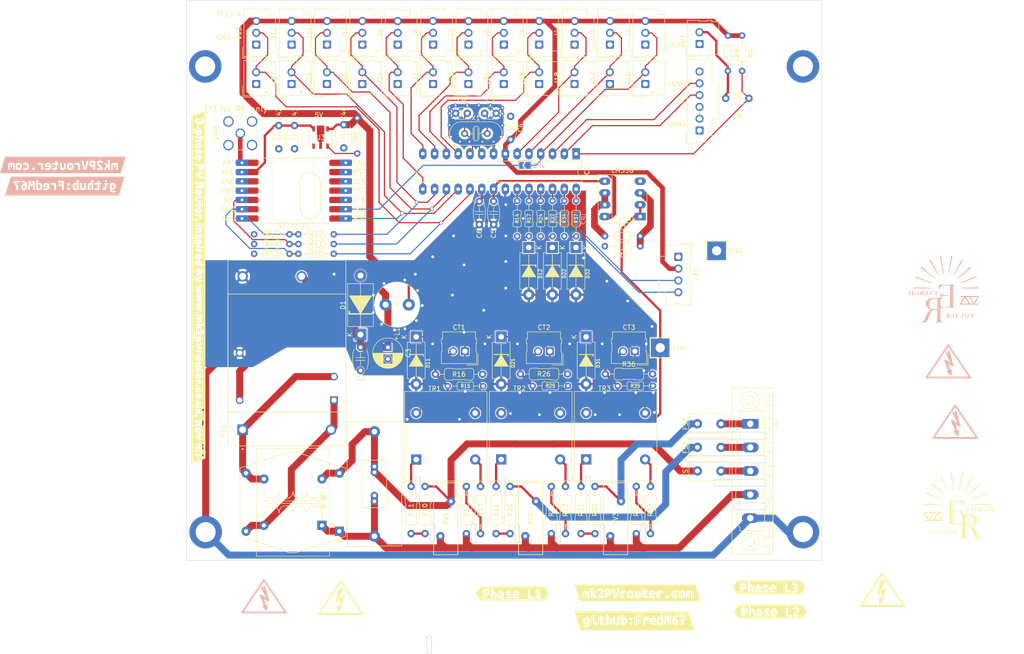
<source format=kicad_pcb>
(kicad_pcb (version 20240108) (generator "pcbnew") (generator_version "8.0")
  (title_block (title "3 phase PV diverter - Main Board PCB") (date "2023-11-17") (rev "4.1") (company "Inspired by www.mk2pvrouter.co.uk"))
  (layers (0 "F.Cu" signal) (31 "B.Cu" signal) (34 "B.Paste" user) (35 "F.Paste" user) (36 "B.SilkS" user "B.Silkscreen") (37 "F.SilkS" user "F.Silkscreen") (38 "B.Mask" user) (39 "F.Mask" user) (44 "Edge.Cuts" user))
  (net 0 "")
  (net 1 "AREF")
  (net 2 "GND")
  (net 3 "Net-(J0-DTR)")
  (net 4 "Net-(CN9-Pad1)")
  (net 5 "VREF")
  (net 6 "Net-(IC1-PB6{slash}XTAL1{slash}TOSC1)")
  (net 7 "Net-(IC1-PB7{slash}XTAL2{slash}TOSC)")
  (net 8 "NEUTRAL")
  (net 9 "L1_VOLTAGE")
  (net 10 "RX")
  (net 11 "TX")
  (net 12 "/D2")
  (net 13 "/D3")
  (net 14 "/D4")
  (net 15 "/D5")
  (net 16 "/D6")
  (net 17 "/D7")
  (net 18 "/D8")
  (net 19 "/D9")
  (net 20 "/D10")
  (net 21 "/D11")
  (net 22 "/D12")
  (net 23 "/D13")
  (net 24 "A0")
  (net 25 "A1")
  (net 26 "A2")
  (net 27 "A3")
  (net 28 "A4")
  (net 29 "A5")
  (net 30 "Earth")
  (net 31 "Net-(PS1-AC(N))")
  (net 32 "Net-(PS1-AC(L))")
  (net 33 "L2_VOLTAGE")
  (net 34 "Net-(R13-Pad2)")
  (net 35 "Net-(IC2A-+)")
  (net 36 "Net-(IC2B--)")
  (net 37 "Net-(PWR1-L1)")
  (net 38 "Net-(PWR1-L2)")
  (net 40 "RESET")
  (net 41 "+5V")
  (net 42 "+3.3V")
  (net 43 "AVCC")
  (net 44 "Net-(JP3-B)")
  (net 49 "Net-(PWR1-L3)")
  (net 50 "L3_VOLTAGE")
  (net 51 "Net-(R30-Pad2)")
  (net 52 "Net-(R31-Pad2)")
  (net 53 "Net-(R32-Pad2)")
  (net 54 "Net-(R33-Pad2)")
  (net 60 "AGND")
  (net 61 "Net-(U3-EN)")
  (net 63 "Net-(R10-Pad2)")
  (net 64 "Net-(R11-Pad2)")
  (net 65 "Net-(R12-Pad2)")
  (net 66 "Net-(R20-Pad2)")
  (net 67 "Net-(R21-Pad2)")
  (net 68 "Net-(R22-Pad2)")
  (net 69 "Net-(R23-Pad2)")
  (net 70 "Net-(R40-Pad2)")
  (net 71 "Net-(R41-Pad2)")
  (net 72 "Net-(R42-Pad2)")
  (net 73 "Net-(CT1-Pin_1)")
  (net 74 "Net-(R14-Pad2)")
  (net 75 "Net-(R24-Pad2)")
  (net 76 "Net-(R34-Pad2)")
  (net 77 "Net-(CT2-Pin_1)")
  (net 78 "Net-(CT3-Pin_1)")
  (net 81 "Net-(J30-SDA)")
  (net 82 "Net-(J30-SCL)")
  (footprint "Connector_Molex:Molex_SL_171971-0002_1x02_P2.54mm_Vertical" (layer "F.Cu") (at 66.323168 33.2862 90)
    (property "Reference" "J23")
    (property "Value" "D8")
  )
  (footprint "Connector_Phoenix_MSTB:PhoenixContact_MSTBV_2,5_5-GF-5,08_1x05_P5.08mm_Vertical_ThreadedFlange" (layer "F.Cu") (at 134.644 106.47 -90)
    (property "Reference" "PWR1" (hide yes))
    (property "Value" "Conn_01x05_PWR")
  )
  (footprint "Fuse:Fuse_Littelfuse_395Series" (layer "F.Cu") (at 123.2592 106.46)
    (property "Reference" "FS3")
    (property "Value" "1A x 250V")
  )
  (footprint "PCM_Resistor_THT_AKL:R_Axial_DIN0207_L6.3mm_D2.5mm_P10.16mm_Horizontal" (layer "F.Cu") (at 94.85 130.13 90)
    (property "Reference" "R23")
    (property "Value" "15K" (hide yes))
  )
  (footprint "Varistor:RV_Disc_D15.5mm_W5.2mm_P7.5mm" (layer "F.Cu") (at 86.2 130.6575 90)
    (property "Reference" "RV2")
    (property "Value" "Varistor")
  )
  (footprint "Connector_Molex:Molex_SL_171971-0006_1x06_P2.54mm_Vertical" (layer "F.Cu") (at 123.717596 43.2936 90)
    (property "Reference" "J0")
    (property "Value" "FTDI")
  )
  (footprint "PCM_Capacitor_THT_AKL:C_Disc_D4.7mm_W2.5mm_P5.00mm" (layer "F.Cu") (at 76.3 58.55 -90)
    (property "Reference" "C6")
    (property "Value" "100nF" (hide yes))
  )
  (footprint "PCM_Resistor_THT_AKL:R_Axial_DIN0204_L3.6mm_D1.6mm_P7.62mm_Horizontal" (layer "F.Cu") (at 92.057 66.07 90)
    (property "Reference" "R27")
    (property "Value" "1K" (hide yes))
  )
  (footprint "Connector_Molex:Molex_SL_171971-0003_1x03_P2.54mm_Vertical" (layer "F.Cu") (at 96.8081 24.8026 90)
    (property "Reference" "J4")
    (property "Value" "D4")
  )
  (footprint "Connector_Molex:Molex_SL_171971-0002_1x02_P2.54mm_Vertical" (layer "F.Cu") (at 28.233753 33.2862 90)
    (property "Reference" "J28" (hide yes))
    (property "Value" "D13")
  )
  (footprint "Connector_Molex:Molex_SL_171971-0002_1x02_P2.54mm_Vertical" (layer "F.Cu") (at 104.412583 33.2862 90)
    (property "Reference" "J17")
    (property "Value" "D3")
  )
  (footprint "UserDef:RFM12B" (layer "F.Cu") (at 36.35 56.25 180)
    (property "Reference" "RF1" (hide yes))
    (property "Value" "RFM12B")
  )
  (footprint "kibuzzard-655666E9" (layer "F.Cu") (at 139 146.9)
    (property "Reference" "kibuzzard-655666E9" (hide yes))
    (property "Value" "G002" (hide yes))
  )
  (footprint "Package_DIP:DIP-28_W7.62mm_LongPads" (layer "F.Cu") (at 97.137 48.3036 -90)
    (property "Reference" "IC1")
    (property "Value" "ATmega328-P")
  )
  (footprint "Fuse:Fuse_Littelfuse_395Series" (layer "F.Cu") (at 123.2592 116.62)
    (property "Reference" "FS1")
    (property "Value" "1A x 250V")
  )
  (footprint "PCM_Diode_THT_AKL:D_DO-15_P10.16mm_Horizontal_Zener" (layer "F.Cu") (at 97.1 68.49 -90)
    (property "Reference" "D32")
    (property "Value" "SA5.0A-TP" (hide yes))
  )
  (footprint "PCM_Resistor_THT_AKL:R_Axial_DIN0204_L3.6mm_D1.6mm_P7.62mm_Horizontal" (layer "F.Cu") (at 132.8796 22.852 -90)
    (property "Reference" "R4")
    (property "Value" "47K" (hide yes))
  )
  (footprint "MountingHole:MountingHole_4.3mm_M4_ISO14580_Pad_TopBottom" (layer "F.Cu") (at 17.35 129.794)
    (property "Reference" "REF1" (hide yes))
    (property "Value" "MountingHole_4.3mm_M4_ISO14580_Pad_TopBottom")
  )
  (footprint "Fuse:Fuse_Littelfuse_395Series" (layer "F.Cu") (at 123.2592 111.54)
    (property "Reference" "FS2")
    (property "Value" "1A x 250V")
  )
  (footprint "PCM_Resistor_THT_AKL:R_Axial_DIN0204_L3.6mm_D1.6mm_P7.62mm_Horizontal" (layer "F.Cu") (at 95.4 98.3 180)
    (property "Reference" "R25")
    (property "Value" "1K" (hide yes))
  )
  (footprint "Connector_Molex:Molex_SL_171971-0003_1x03_P2.54mm_Vertical" (layer "F.Cu") (at 81.572334 24.8026 90)
    (property "Reference" "J6")
    (property "Value" "D6")
  )
  (footprint "Connector_Molex:Molex_SL_171971-0002_1x02_P2.54mm_Vertical" (layer "F.Cu") (at 35.851636 33.2862 90)
    (property "Reference" "J27")
    (property "Value" "D12")
  )
  (footprint "Varistor:RV_Disc_D15.5mm_W5.2mm_P7.5mm" (layer "F.Cu") (at 104.5 130.6575 90)
    (property "Reference" "RV3")
    (property "Value" "Varistor")
  )
  (footprint "Capacitor_THT:CP_Radial_D6.3mm_P2.50mm" (layer "F.Cu") (at 56.6 90 -90)
    (property "Reference" "C3")
    (property "Value" "120uF")
  )
  (footprint "Varistor:RV_Disc_D15.5mm_W5.2mm_P7.5mm" (layer "F.Cu") (at 67.9 130.67 90)
    (property "Reference" "RV1")
    (property "Value" "Varistor")
  )
  (footprint "PCM_Resistor_THT_AKL:R_Axial_DIN0204_L3.6mm_D1.6mm_P7.62mm_Horizontal" (layer "F.Cu") (at 86.977 66.07 90)
    (property "Reference" "R17")
    (property "Value" "1K" (hide yes))
  )
  (footprint "PCM_Resistor_THT_AKL:R_Axial_DIN0207_L6.3mm_D2.5mm_P10.16mm_Horizontal" (layer "F.Cu") (at 101.2 119.9575 -90)
    (property "Reference" "R30")
    (property "Value" "15K" (hide yes))
  )
  (footprint "PCM_Resistor_THT_AKL:R_Axial_DIN0204_L3.6mm_D1.6mm_P7.62mm_Horizontal" (layer "F.Cu") (at 113.7 98.3 180)
    (property "Reference" "R35")
    (property "Value" "1K" (hide yes))
  )
  (footprint "Transformer_THT:Transformer_Zeming_ZMPT101K" (layer "F.Cu") (at 81 114.145 90)
    (property "Reference" "TR2")
    (property "Value" "ZMPT101K")
  )
  (footprint "PCM_Resistor_THT_AKL:R_Axial_DIN0207_L6.3mm_D2.5mm_P10.16mm_Horizontal" (layer "F.Cu") (at 113.15 130.1175 90)
    (property "Reference" "R33")
    (property "Value" "15K" (hide yes))
  )
  (footprint "PCM_Crystal_AKL:Crystal_HC49-U_Vertical" (layer "F.Cu") (at 78 43.95 180)
    (property "Reference" "X1")
    (property "Value" "16MHz" (hide yes))
  )
  (footprint "PCM_Resistor_THT_AKL:R_Axial_DIN0207_L6.3mm_D2.5mm_P10.16mm_Horizontal" (layer "F.Cu") (at 113.6 95.75 180)
    (property "Reference" "R36")
    (property "Value" "150" (hide yes))
  )
  (footprint "kibuzzard-64EB6544-1" (layer "F.Cu") (at 109.7 148.9)
    (property "Reference" "kibuzzard-64EB6544-1" (hide yes))
    (property "Value" "G003" (hide yes))
  )
  (footprint "MountingHole:MountingHole_4.3mm_M4_ISO14580_Pad_TopBottom" (layer "F.Cu") (at 146 129.794)
    (property "Reference" "REF2" (hide yes))
    (property "Value" "MountingHole_4.3mm_M4_ISO14580_Pad_TopBottom")
  )
  (footprint "PCM_Resistor_THT_AKL:R_Axial_DIN0207_L6.3mm_D2.5mm_P10.16mm_Horizontal" (layer "F.Cu") (at 82.9 119.9575 -90)
    (property "Reference" "R20")
    (property "Value" "15K" (hide yes))
  )
  (footprint "PCM_Resistor_THT_AKL:R_Axial_DIN0207_L6.3mm_D2.5mm_P10.16mm_Horizontal" (layer "F.Cu") (at 76.55 130.13 90)
    (property "Reference" "R13")
    (property "Value" "15K" (hide yes))
  )
  (footprint "UserDef:Molex_SL_171971-0002_1x02_P2.54mm_Vertical" (layer "F.Cu") (at 91.49 90.84 180)
    (property "Reference" "CT2")
    (property "Value" "Conn_01x02")
  )
  (footprint "PCM_Resistor_THT_AKL:R_Axial_DIN0204_L3.6mm_D1.6mm_P7.62mm_Horizontal" (layer "F.Cu") (at 94.597 58.45 -90)
    (property "Reference" "R34")
    (property "Value" "75" (hide yes))
  )
  (footprint "Connector_Molex:Molex_SL_171971-0003_1x03_P2.54mm_Vertical" (layer "F.Cu") (at 43.482919 24.8026 90)
    (property "Reference" "J11")
    (property "Value" "D11")
  )
  (footprint "PCM_Capacitor_THT_AKL:C_Disc_D5.1mm_W3.2mm_P5.00mm" (layer "F.Cu") (at 36.5008 47.232754 90)
    (property "Reference" "C41")
    (property "Value" "1uF" (hide yes))
  )
  (footprint "PCM_Resistor_THT_AKL:R_Axial_DIN0204_L3.6mm_D1.6mm_P7.62mm_Horizontal" (layer "F.Cu") (at 77.1 98.35 180)
    (property "Reference" "R15")
    (property "Value" "1K" (hide yes))
  )
  (footprint "Library:Symbol_HighVoltage_Type2_Silk_VerySmall" (layer "F.Cu") (at 163.1 142.9)
    (property "Reference" "REF10" (hide yes))
    (property "Value" "Symbol_HighVoltage_Type2_Silk_VerySmall")
  )
  (footprint "PCM_Capacitor_THT_AKL:C_Disc_D4.7mm_W2.5mm_P5.00mm" (layer "F.Cu") (at 83.0326 40.2482 -90)
    (property "Reference" "C4")
    (property "Value" "100nF" (hide yes))
  )
  (footprint "Connector_Molex:Molex_SL_171971-0002_1x02_P2.54mm_Vertical" (layer "F.Cu") (at 96.7947 33.2862 90)
    (property "Reference" "J18")
    (property "Value" "D4")
  )
  (footprint "LOGO" (layer "F.Cu") (at 179.66849 124.338577)
    (property "Reference" "G004" (hide yes))
    (property "Value" "LOGO" (hide yes))
  )
  (footprint "PCM_Resistor_THT_AKL:R_Axial_DIN0207_L6.3mm_D2.5mm_P10.16mm_Horizontal" (layer "F.Cu") (at 110.1 130.1175 90)
    (property "Reference" "R32")
    (property "Value" "15K" (hide yes))
  )
  (footprint "Connector_Molex:Molex_SL_171971-0003_1x03_P2.54mm_Vertical" (layer "F.Cu") (at 73.954451 24.8026 90)
    (property "Reference" "J7")
    (property "Value" "D7")
  )
  (footprint "PCM_Diode_THT_AKL:D_DO-15_P10.16mm_Horizontal_Zener" (layer "F.Cu") (at 86.94 68.49 -90)
    (property "Reference" "D12")
    (property "Value" "SA5.0A-TP" (hide yes))
  )
  (footprint "PCM_Resistor_THT_AKL:R_Axial_DIN0207_L6.3mm_D2.5mm_P10.16mm_Horizontal" (layer "F.Cu") (at 64.6 119.9575 -90)
    (property "Reference" "R10")
    (property "Value" "15K" (hide yes))
  )
  (footprint "Connector_Molex:Molex_SL_171971-0003_1x03_P2.54mm_Vertical" (layer "F.Cu") (at 51.100802 24.8026 90)
    (property "Reference" "J10")
    (property "Value" "D10")
  )
  (footprint "kibuzzard-65568432" (layer "F.Cu") (at 15.8 77.05 -90)
    (property "Reference" "kibuzzard-65568432" (hide yes))
    (property "Value" "G005" (hide yes))
  )
  (footprint "PCM_Resistor_THT_AKL:R_Axial_DIN0207_L6.3mm_D2.5mm_P10.16mm_Horizontal" (layer "F.Cu") (at 79.9 130.1175 90)
    (property "Reference" "R21")
    (property "Value" "15K" (hide yes))
  )
  (footprint "PCM_Resistor_THT_AKL:R_Axial_DIN0207_L6.3mm_D2.5mm_P10.16mm_Horizontal" (layer "F.Cu") (at 73.5 130.13 90)
    (property "Reference" "R12")
    (property "Value" "15K" (hide yes))
  )
  (footprint "Connector_Molex:Molex_SL_171971-0002_1x02_P2.54mm_Vertical" (layer "F.Cu") (at 73.941051 33.2862 90)
    (property "Reference" "J22")
    (property "Value" "D7")
  )
  (footprint "UserDef:CONV_LDxx-23B05R2" (layer "F.Cu") (at 34.8375 91.22 90)
    (property "Reference" "PS1")
    (property "Value" "LD10-23B05R2")
  )
  (footprint "UserDef:Choke_Schaffner_RNx14" (layer "F.Cu") (at 42.15 128.1 180)
    (property "Reference" "FL1" (hide yes))
    (property "Value" "RN214-0.3-02-47M" (hide yes))
  )
  (footprint "PCM_Diode_THT_AKL:D_DO-201AE_P12.70mm_Horizontal_Zener" (layer "F.Cu") (at 50.7 87.25 90)
    (property "Reference" "D1")
    (property "Value" "LCE7.0A" (hide yes))
  )
  (footprint "Connector_Molex:Molex_SL_171971-0003_1x03_P2.54mm_Vertical" (layer "F.Cu") (at 28.247153 24.8026 90)
    (property "Reference" "J13")
    (property "Value" "D13")
  )
  (footprint "PCM_Resistor_THT_AKL:R_Axial_DIN0204_L3.6mm_D1.6mm_P7.62mm_Horizontal" (layer "F.Cu") (at 27.79 67.75)
    (property "Reference" "R44")
    (property "Value" "10K" (hide yes))
  )
  (footprint "PCM_Diode_THT_AKL:D_DO-15_P10.16mm_Horizontal_Zener" (layer "F.Cu") (at 92.02 68.49 -90)
    (property "Reference" "D22")
    (property "Value" "SA5.0A-TP" (hide yes))
  )
  (footprint "UserDef:C_Rect_triple" (layer "F.Cu") (at 53.65 130.77 90)
    (property "Reference" "C1" (hide yes))
    (property "Value" "1uF" (hide yes))
  )
  (footprint "PCM_Capacitor_THT_AKL:C_Disc_D4.7mm_W2.5mm_P5.00mm" (layer "F.Cu") (at 79.375 63.55 90)
    (property "Reference" "C5")
    (property "Value" "100nF" (hide yes))
  )
  (footprint "PCM_Resistor_THT_AKL:R_Axial_DIN0207_L6.3mm_D2.5mm_P10.16mm_Horizontal" (layer "F.Cu") (at 77 95.8 180)
    (property "Reference" "R16")
    (property "Value" "150" (hide yes))
  )
  (footprint "PCM_Resistor_THT_AKL:R_Axial_DIN0204_L3.6mm_D1.6mm_P7.62mm_Horizontal" (layer "F.Cu") (at 50.0008 40.622054 -90)
    (property "Reference" "R5")
    (property "Value" "10K" (hide yes))
  )
  (footprint "Connector_Molex:Molex_SL_171971-0003_1x03_P2.54mm_Vertical" (layer "F.Cu") (at 58.718685 24.8026 90)
    (property "Reference" "J9")
    (property "Value" "D9")
  )
  (footprint "Transformer_THT:Transformer_Zeming_ZMPT101K" (layer "F.Cu") (at 62.7 114.1575 90)
    (property "Reference" "TR1")
    (property "Value" "ZMPT101K")
  )
  (footprint "PCM_Capacitor_THT_AKL:C_Disc_D5.1mm_W3.2mm_P5.00mm" (layer "F.Cu") (at 47.1008 47.042054 90)
    (property "Reference" "C40")
    (property "Value" "1uF" (hide yes))
  )
  (footprint "MountingHole:MountingHole_4.3mm_M4_ISO14580_Pad_TopBottom" (layer "F.Cu") (at 146 29.5)
    (property "Reference" "REF4" (hide yes))
    (property "Value" "MountingHole_4.3mm_M4_ISO14580_Pad_TopBottom")
  )
  (footprint "Transformer_THT:Transformer_Zeming_ZMPT101K" (layer "F.Cu") (at 99.3 114.145 90)
    (property "Reference" "TR3")
    (property "Value" "ZMPT101K")
  )
  (footprint "Connector_Molex:Molex_SL_171971-0004_1x04_P2.54mm_Vertical" (layer "F.Cu") (at 119.15 70.51 -90)
    (property "Reference" "J30")
    (property "Value" "OLED")
  )
  (footprint "Connector_Molex:Molex_SL_171971-0002_1x02_P2.54mm_Vertical" (layer "F.Cu") (at 123.7176 24.6636 90)
    (property "Reference" "J1")
    (property "Value" "RESET")
  )
  (footprint "PCM_Capacitor_THT_AKL:C_Disc_D5.1mm_W3.2mm_P5.00mm" (layer "F.Cu") (at 50.7 95 90)
    (property "Reference" "C2")
    (property "Value" "1uF" (hide yes))
  )
  (footprint "PCM_Resistor_THT_AKL:R_Axial_DIN0204_L3.6mm_D1.6mm_P7.62mm_Horizontal" (layer "F.Cu") (at 27.79 65.65)
    (property "Reference" "R45")
    (property "Value" "10K" (hide yes))
  )
  (footprint "PCM_Resistor_THT_AKL:R_Axial_DIN0204_L3.6mm_D1.6mm_P7.62mm_Horizontal" (layer "F.Cu") (at 27.79 69.85)
    (property "Reference" "R43")
    (property "Value" "10K" (hide yes))
  )
  (footprint "Connector_Molex:Molex_SL_171971-0002_1x02_P2.54mm_Vertical" (layer "F.Cu") (at 89.176817 33.2862 90)
    (property "Reference" "J19")
    (property "Value" "D5")
  )
  (footprint "kibuzzard-6431D11C-1" (layer "F.Cu") (at 110.4 142.9)
    (property "Reference" "kibuzzard-6431D11C-1" (hide yes))
    (property "Value" "G006" (hide yes))
  )
  (footprint "PCM_Capacitor_THT_AKL:C_Disc_D3.8mm_W2.6mm_P2.50mm" (layer "F.Cu") (at 71.2 39.6)
    (property "Reference" "C8")
    (property "Value" "22pF" (hide yes))
  )
  (footprint "TestPoint:TestPoint_THTPad_4.0x4.0mm_Drill2.0mm" (layer "F.Cu") (at 127.4 69.2)
    (property "Reference" "TP1" (hide yes))
    (property "Value" "GND")
  )
  (footprint "Connector_Molex:Molex_SL_171971-0002_1x02_P2.54mm_Vertical" (layer "F.Cu") (at 51.087402 33.2862 90)
    (property "Reference" "J25")
    (property "Value" "D10")
  )
  (footprint "TestPoint:TestPoint_THTPad_4.0x4.0mm_Drill2.0mm" (layer "F.Cu") (at 115.25 90.09)
    (property "Reference" "TP2" (hide yes))
    (property "Value" "Vref")
  )
  (footprint "PCM_Resistor_THT_AKL:R_Axial_DIN0207_L6.3mm_D2.5mm_P10.16mm_Horizontal" (layer "F.Cu") (at 95.3 95.75 180)
    (property "Reference" "R26")
    (property "Value" "150" (hide yes))
  )
  (footprint "Library:Symbol_HighVoltage_Type2_Silk_VerySmall" (layer "F.Cu") (at 46.4 144.6)
    (property "Reference" "REF11" (hide yes))
    (property "Value" "Symbol_HighVoltage_Type2_Silk_VerySmall")
  )
  (footprint "Connector_Molex:Molex_SL_171971-0003_1x03_P2.54mm_Vertical" (layer "F.Cu") (at 112.043866 24.8026 90)
    (property "Reference" "J2")
    (property "Value" "D2")
  )
  (footprint "Connector_Molex:Molex_SL_171971-0002_1x02_P2.54mm_Vertical" (layer "F.Cu") (at 58.705285 33.2862 90)
    (property "Reference" "J24")
    (property "Value" "D9")
  )
  (footprint "PCM_Resistor_THT_AKL:R_Axial_DIN0204_L3.6mm_D1.6mm_P7.62mm_Horizontal" (layer "F.Cu") (at 129.8316 22.852 -90)
    (property "Reference" "R3")
    (property "Value" "1M" (hide yes))
  )
  (footprint "PCM_Diode_THT_AKL:D_DO-15_P10.16mm_Horizontal_Zener" (layer "F.Cu") (at 99.3 87.74 -90)
    (property "Reference" "D31")
    (property "Value" "SA5.0A-TP" (hide yes))
  )
  (footprint "Connector_Molex:Molex_SL_171971-0002_1x02_P2.54mm_Vertical" (layer "F.Cu") (at 43.469519 33.2862 90)
    (property "Reference" "J26")
    (property "Value" "D11")
  )
  (footprint "PCM_Diode_THT_AKL:D_DO-15_P10.16mm_Horizontal_Zener" (layer "F.Cu") (at 62.7 87.74 -90)
    (property "Reference" "D11")
    (property "Value" "SA5.0A-TP" (hide yes))
  )
  (footprint "PCM_Package_DIP_AKL:DIP-8_W7.62mm_Socket_LongPads" (layer "F.Cu") (at 110.94 61.8318 180)
    (property "Reference" "IC2" (hide yes))
    (property "Value" "LM358")
  )
  (footprint "UserDef:AP2112R5-3.3TRG1_DIO" (layer "F.Cu") (at 42.1008 44.808954)
    (property "Reference" "U3")
    (property "Value" "AP2112R5-3.3TRG1")
  )
  (footprint "kibuzzard-6431E750" (layer "F.Cu") (at 138.7 141.7)
    (property "Reference" "kibuzzard-6431E750" (hide yes))
    (property "Value" "G007" (hide yes))
  )
  (footprint "PCM_Resistor_THT_AKL:R_Axial_DIN0207_L6.3mm_D2.5mm_P10.16mm_Horizontal" (layer "F.Cu") (at 98.2 130.1175 90)
    (property "Reference" "R31")
    (property "Value" "15K" (hide yes))
  )
  (footprint "Connector_Molex:Molex_SL_171971-0003_1x03_P2.54mm_Vertical" (layer "F.Cu") (at 104.425983 24.8026 90)
    (property "Reference" "J3")
    (property "Value" "D3")
  )
  (footprint "UserDef:Molex_SL_171971-0002_1x02_P2.54mm_Vertical" (layer "F.Cu") (at 109.79 90.84 180)
    (property "Reference" "CT3")
    (property "Value" "Conn_01x02")
  )
  (footprint "PCM_Resistor_THT_AKL:R_Axial_DIN0204_L3.6mm_D1.6mm_P7.62mm_Horizontal" (layer "F.Cu") (at 44.94 67.75 180)
    (property "Reference" "R41")
    (property "Value" "4,7K" (hide yes))
  )
  (footprint "PCM_Resistor_THT_AKL:R_Axial_DIN0204_L3.6mm_D1.6mm_P7.62mm_Horizontal" (layer "F.Cu") (at 84.437 58.45 -90)
    (property "Reference" "R14")
    (property "Value" "75" (hide yes))
  )
  (footprint "PCM_Capacitor_THT_AKL:C_Disc_D4.7mm_W2.5mm_P5.00mm" (layer "F.Cu") (at 33.1008 42.232754 -90)
    (property "Reference" "C42")
    (property "Value" "100nF" (hide yes))
  )
  (footprint "Connector_Molex:Molex_SL_171971-0002_1x02_P2.54mm_Vertical" (layer "F.Cu") (at 81.562466 33.2862 90)
    (property "Reference" "J21")
    (property "Value" "D6")
  )
  (footprint "PCM_Resistor_THT_AKL:R_Axial_DIN0204_L3.6mm_D1.6mm_P7.62mm_Horizontal" (layer "F.Cu") (at 103.33 66.0358)
    (property "Reference" "R1")
    (property "Value" "10K" (hide yes))
  )
  (footprint "Connector_Molex:Molex_SL_171971-0003_1x03_P2.54mm_Vertical" (layer "F.Cu") (at 89.190217 24.8026 90)
    (property "Reference" "J5")
    (property "Value" "D5")
  )
  (footprint "Connector_Molex:Molex_SL_171971-0003_1x03_P2.54mm_Vertical" (layer "F.Cu") (at 35.865036 24.8026 90)
    (property "Reference" "J12")
    (property "Value" "D12")
  )
  (footprint "MountingHole:MountingHole_4.3mm_M4_ISO14580_Pad_TopBottom" (layer "F.Cu") (at 17.25 29.5)
    (property "Reference" "REF3" (hide yes))
    (property "Value" "MountingHole_4.3mm_M4_ISO14580_Pad_TopBottom")
  )
  (footprint "PCM_Resistor_THT_AKL:R_Axial_DIN0207_L6.3mm_D2.5mm_P10.16mm_Horizontal" (layer "F.Cu") (at 91.8 130.13 90)
    (property "Reference" "R22")
    (property "Value" "15K" (hide yes))
  )
  (footprint "PCM_Inductor_THT_AKL:L_Radial_D9.5mm_P5.00mm_Fastron_07HVP" (layer "F.Cu") (at 56.1 80.8)
    (property "Reference" "L1")
    (property "Value" "10uH" (hide yes))
  )
  (footprint "PCM_Resistor_THT_AKL:R_Axial_DIN0204_L3.6mm_D1.6mm_P7.62mm_Horizontal" (layer "F.Cu") (at 110.95 68.2 180)
    (property "Reference" "R2")
    (property "Value" "10K" (hide yes))
  )
  (footprint "Connector_Molex:Molex_SL_171971-0003_1x03_P2.54mm_Vertical" (layer "F.Cu") (at 66.336568 24.8026 90)
    (property "Reference" "J8")
    (property "Value" "D8")
  )
  (footprint "PCM_Resistor_THT_AKL:R_Axial_DIN0204_L3.6mm_D1.6mm_P7.62mm_Horizontal" (layer "F.Cu") (at 44.93 69.85 180)
    (property "Reference" "R40")
    (property "Value" "4,7K" (hide yes))
  )
  (footprint "PCM_Capacitor_THT_AKL:C_Disc_D3.8mm_W2.6mm_P2.50mm" (layer "F.Cu") (at 79.9192 39.6 180)
    (property "Reference" "C7")
    (property "Value" "22pF" (hide yes))
  )
  (footprint "UserDef:Molex_SL_171971-0002_1x02_P2.54mm_Vertical" (layer "F.Cu") (at 73.19 90.84 180)
    (property "Reference" "CT1")
    (property "Value" "Conn_01x02")
  )
  (footprint "PCM_Capacitor_THT_AKL:C_Disc_D4.7mm_W2.5mm_P5.00mm" (layer "F.Cu") (at 134.366 36.3728 180)
    (property "Reference" "C9")
    (property "Value" "100nF" (hide yes))
  )
  (footprint "Connector_Coaxial:SMA_Amphenol_132291-12_Vertical" (layer "F.Cu") (at 24.8008 43.892054 -90)
    (property "Reference" "CN9" (hide yes))
    (property "Value" "SMA")
  )
  (footprint "kibuzzard-6431E73F" (layer "F.Cu") (at 83.4 143)
    (property "Reference" "kibuzzard-6431E73F" (hide yes))
    (property "Value" "G008" (hide yes))
  )
  (footprint "PCM_Resistor_THT_AKL:R_Axial_DIN0207_L6.3mm_D2.5mm_P10.16mm_Horizontal" (layer "F.Cu") (at 61.6 130.1175 90)
    (property "Reference" "R11")
    (property "Value" "15K" (hide yes))
  )
  (footprint "Connector_Molex:Molex_SL_171971-0002_1x02_P2.54mm_Vertical" (layer "F.Cu") (at 112.043866 33.2862 90)
    (property "Reference" "J16")
    (property "Value" "D2")
  )
  (footprint "PCM_Resistor_THT_AKL:R_Axial_DIN0204_L3.6mm_D1.6mm_P7.62mm_Horizontal" (layer "F.Cu") (at 89.517 58.45 -90)
    (property "Reference" "R24")
    (property "Value" "75" (hide yes))
  )
  (footprint "PCM_Resistor_THT_AKL:R_Axial_DIN0204_L3.6mm_D1.6mm_P7.62mm_Horizontal" (layer "F.Cu") (at 44.93 65.65 180)
    (property "Reference" "R42")
    (property "Value" "4,7K" (hide yes))
  )
  (footprint "PCM_Diode_THT_AKL:D_DO-15_P10.16mm_Horizontal_Zener" (layer "F.Cu") (at 81 87.74 -90)
    (property "Reference" "D21")
    (property "Value" "SA5.0A-TP" (hide yes))
  )
  (footprint "PCM_Resistor_THT_AKL:R_Axial_DIN0204_L3.6mm_D1.6mm_P7.62mm_Horizontal" (layer "F.Cu") (at 97.137 66.07 90)
    (property "Reference" "R37")
    (property "Value" "1K" (hide yes))
  )
  (footprint "Jumper:SolderJumper-2_P1.3mm_Open_TrianglePad1.0x1.5mm" (layer "B.Cu") (at 86.125 50.8 180)
    (property "Reference" "JP3")
    (property "Value" "SolderJumper_2_Open")
  )
  (footprint "Jumper:SolderJumper-2_P1.3mm_Open_TrianglePad1.0x1.5mm" (layer "B.Cu") (at 94.597 62.26 -90)
    (property "Reference" "JP1")
    (property "Value" "SolderJumper_2_Open" (hide yes))
  )
  (footprint "kibuzzard-6431D11C-2" (layer "B.Cu") (at -13.4 50.7 180)
    (property "Reference" "kibuzzard-6431D11C-2" (hide yes))
    (property "Value" "G009" (hide yes))
  )
  (footprint "kibuzzard-64EB6544-2" (layer "B.Cu") (at -12.9936 55.272 180)
    (property "Reference" "kibuzzard-64EB6544-2" (hide yes))
    (property "Value" "G010" (hide yes))
  )
  (footprint "Jumper:SolderJumper-2_P1.3mm_Open_TrianglePad1.0x1.5mm" (layer "B.Cu") (at 97.137 62.26 -90)
    (property "Reference" "JP2")
    (property "Value" "SolderJumper_2_Open" (hide yes))
  )
  (footprint "Library:Symbol_HighVoltage_Type2_Silk_VerySmall" (layer "B.Cu") (at 177.3 93.6985 180)
    (property "Reference" "REF14" (hide yes))
    (property "Value" "Symbol_HighVoltage_Type2_Silk_VerySmall")
  )
  (footprint "LOGO" (layer "B.Cu") (at 176.23151 77.738577 180)
    (property "Reference" "G011" (hide yes))
    (property "Value" "LOGO" (hide yes))
  )
  (footprint "Library:Symbol_HighVoltage_Type2_Silk_VerySmall" (layer "B.Cu") (at 178.8 106.6985 180)
    (property "Reference" "REF13" (hide yes))
    (property "Value" "Symbol_HighVoltage_Type2_Silk_VerySmall")
  )
  (footprint "Library:Symbol_HighVoltage_Type2_Silk_VerySmall" (layer "B.Cu") (at 29.9 144.3 180)
    (property "Reference" "REF12" (hide yes))
    (property "Value" "Symbol_HighVoltage_Type2_Silk_VerySmall")
  )
  (gr_arc (start 121.4304 109.772) (mid 120.6684 109.01) (end 121.4304 108.248) (stroke (width 0.1)) (layer "Edge.Cuts"))
  (gr_line (start 66.7 131.6675) (end 66.7 128.5675) (stroke (width 0.1)) (layer "Edge.Cuts"))
  (gr_arc (start 66.7 131.6675) (mid 66.2 132.1675) (end 65.7 131.6675) (stroke (width 0.1)) (layer "Edge.Cuts"))
  (gr_arc (start 127.4756 119.932) (mid 126.7136 119.17) (end 127.4756 118.408) (stroke (width 0.1)) (layer "Edge.Cuts"))
  (gr_arc (start 93.825 131.7) (mid 93.325 132.2) (end 92.825 131.7) (stroke (width 0.1)) (layer "Edge.Cuts"))
  (gr_arc (start 80.9 118.25) (mid 81.4 117.75) (end 81.9 118.25) (stroke (width 0.1)) (layer "Edge.Cuts"))
  (gr_arc (start 92.825 128.6) (mid 93.325 128.1) (end 93.825 128.6) (stroke (width 0.1)) (layer "Edge.Cuts"))
  (gr_arc (start 62.6 118.25) (mid 63.1 117.75) (end 63.6 118.25) (stroke (width 0.1)) (layer "Edge.Cuts"))
  (gr_arc (start 102.3 128.5875) (mid 102.8 128.0875) (end 103.3 128.5875) (stroke (width 0.1)) (layer "Edge.Cuts"))
  (gr_line (start 85 131.6875) (end 85 128.5875) (stroke (width 0.1)) (layer "Edge.Cuts"))
  (gr_line (start 66 155.55) (end 66 152.45) (stroke (width 0.1)) (layer "Edge.Cuts"))
  (gr_line (start 121.4304 109.772) (end 137.438 109.772) (stroke (width 0.1)) (layer "Edge.Cuts"))
  (gr_arc (start 137.438 123.488) (mid 138.2 124.25) (end 137.438 125.012) (stroke (width 0.1)) (layer "Edge.Cuts"))
  (gr_arc (start 63.6 121.35) (mid 63.1 121.85) (end 62.6 121.35) (stroke (width 0.1)) (layer "Edge.Cuts"))
  (gr_line (start 127.4756 119.932) (end 137.438 119.932) (stroke (width 0.1)) (layer "Edge.Cuts"))
  (gr_arc (start 66 155.55) (mid 65.5 156.05) (end 65 155.55) (stroke (width 0.1)) (layer "Edge.Cuts"))
  (gr_line (start 131.85 123.488) (end 137.438 123.488) (stroke (width 0.1)) (layer "Edge.Cuts"))
  (gr_line (start 74.525 131.68) (end 74.525 128.58) (stroke (width 0.1)) (layer "Edge.Cuts"))
  (gr_arc (start 111.125 128.6) (mid 111.625 128.1) (end 112.125 128.6) (stroke (width 0.1)) (layer "Edge.Cuts"))
  (gr_line (start 127.4756 118.408) (end 137.438 118.408) (stroke (width 0.1)) (layer "Edge.Cuts"))
  (gr_arc (start 137.438 108.248) (mid 138.2 109.01) (end 137.438 109.772) (stroke (width 0.1)) (layer "Edge.Cuts"))
  (gr_line (start 75.525 131.68) (end 75.525 128.58) (stroke (width 0.1)) (layer "Edge.Cuts"))
  (gr_arc (start 103.3 131.6875) (mid 102.8 132.1875) (end 102.3 131.6875) (stroke (width 0.1)) (layer "Edge.Cuts"))
  (gr_line (start 63.6 121.35) (end 63.6 118.25) (stroke (width 0.1)) (layer "Edge.Cuts"))
  (gr_line (start 65.7 131.6675) (end 65.7 128.5675) (stroke (width 0.1)) (layer "Edge.Cuts"))
  (gr_arc (start 85 131.6875) (mid 84.5 132.1875) (end 84 131.6875) (stroke (width 0.1)) (layer "Edge.Cuts"))
  (gr_line (start 131.85 125.012) (end 137.438 125.012) (stroke (width 0.1)) (layer "Edge.Cuts"))
  (gr_arc (start 75.525 131.68) (mid 75.025 132.18) (end 74.525 131.68) (stroke (width 0.1)) (layer "Edge.Cuts"))
  (gr_arc (start 99.2 118.25) (mid 99.7 117.75) (end 100.2 118.25) (stroke (width 0.1)) (layer "Edge.Cuts"))
  (gr_line (start 99.2 121.35) (end 99.2 118.25) (stroke (width 0.1)) (layer "Edge.Cuts"))
  (gr_arc (start 137.438 118.408) (mid 138.2 119.17) (end 137.438 119.932) (stroke (width 0.1)) (layer "Edge.Cuts"))
  (gr_line (start 111.125 131.7) (end 111.125 128.6) (stroke (width 0.1)) (layer "Edge.Cuts"))
  (gr_arc (start 100.2 121.35) (mid 99.7 121.85) (end 99.2 121.35) (stroke (width 0.1)) (layer "Edge.Cuts"))
  (gr_line (start 100.2 121.35) (end 100.2 118.25) (stroke (width 0.1)) (layer "Edge.Cuts"))
  (gr_line (start 65 155.55) (end 65 152.45) (stroke (width 0.1)) (layer "Edge.Cuts"))
  (gr_line (start 80.9 121.35) (end 80.9 118.25) (stroke (width 0.1)) (layer "Edge.Cuts"))
  (gr_arc (start 121.405 114.862) (mid 120.643 114.1) (end 121.405 113.338) (stroke (width 0.1)) (layer "Edge.Cuts"))
  (gr_line (start 84 131.6875) (end 84 128.5875) (stroke (width 0.1)) (layer "Edge.Cuts"))
  (gr_arc (start 112.125 131.7) (mid 111.625 132.2) (end 111.125 131.7) (stroke (width 0.1)) (layer "Edge.Cuts"))
  (gr_line (start 112.125 131.7) (end 112.125 128.6) (stroke (width 0.1)) (layer "Edge.Cuts"))
  (gr_line (start 62.6 121.35) (end 62.6 118.25) (stroke (width 0.1)) (layer "Edge.Cuts"))
  (gr_line (start 102.3 131.6875) (end 102.3 128.5875) (stroke (width 0.1)) (layer "Edge.Cuts"))
  (gr_arc (start 81.9 121.35) (mid 81.4 121.85) (end 80.9 121.35) (stroke (width 0.1)) (layer "Edge.Cuts"))
  (gr_line (start 121.405 113.338) (end 137.4126 113.338) (stroke (width 0.1)) (layer "Edge.Cuts"))
  (gr_arc (start 65 152.45) (mid 65.5 151.95) (end 66 152.45) (stroke (width 0.1)) (layer "Edge.Cuts"))
  (gr_line (start 93.825 131.7) (end 93.825 128.6) (stroke (width 0.1)) (layer "Edge.Cuts"))
  (gr_line (start 121.4304 108.248) (end 137.438 108.248) (stroke (width 0.1)) (layer "Edge.Cuts"))
  (gr_arc (start 74.525 128.58) (mid 75.025 128.08) (end 75.525 128.58) (stroke (width 0.1)) (layer "Edge.Cuts"))
  (gr_arc (start 65.7 128.5675) (mid 66.2 128.0675) (end 66.7 128.5675) (stroke (width 0.1)) (layer "Edge.Cuts"))
  (gr_line (start 103.3 131.6875) (end 103.3 128.5875) (stroke (width 0.1)) (layer "Edge.Cuts"))
  (gr_line (start 92.825 131.7) (end 92.825 128.6) (stroke (width 0.1)) (layer "Edge.Cuts"))
  (gr_arc (start 137.4126 113.338) (mid 138.1746 114.1) (end 137.4126 114.862) (stroke (width 0.1)) (layer "Edge.Cuts"))
  (gr_rect (start 13.25 15.24) (end 150 135.89) (stroke (width 0.1)) (fill none) (layer "Edge.Cuts"))
  (gr_line (start 81.9 121.35) (end 81.9 118.25) (stroke (width 0.1)) (layer "Edge.Cuts"))
  (gr_arc (start 84 128.5875) (mid 84.5 128.0875) (end 85 128.5875) (stroke (width 0.1)) (layer "Edge.Cuts"))
  (gr_arc (start 131.85 125.012) (mid 131.088 124.25) (end 131.85 123.488) (stroke (width 0.1)) (layer "Edge.Cuts"))
  (gr_line (start 121.405 114.862) (end 137.4126 114.862) (stroke (width 0.1)) (layer "Edge.Cuts"))
  (gr_text "VCC->" (at 22.447238 18.2372 0) (layer "F.SilkS") (effects (font (size 1 1))))
  (gr_text "FFS" (at 48.9738 58.249824 0) (layer "F.SilkS") (effects (font (size 1 1)) (justify left)))
  (gr_text "ANT" (at 23.7008 50.242054 0) (layer "F.SilkS") (effects (font (size 1 1)) (justify right)))
  (gr_text "*" (at 37.95 35.4584 0) (layer "F.SilkS") (effects (font (size 1.2 1.2))))
  (gr_text "SCK" (at 23.7008 60.241184 0) (layer "F.SilkS") (effects (font (size 1 1)) (justify right)))
  (gr_text "GND>" (at 118.9228 41.93 0) (layer "F.SilkS") (effects (font (size 1 1))))
  (gr_text "GND" (at 23.7008 54.241706 0) (layer "F.SilkS") (effects (font (size 1 1)) (justify right)))
  (gr_text "GND" (at 48.9738 50.25052 0) (layer "F.SilkS") (effects (font (size 1 1)) (justify left)))
  (gr_text "(*) No RF only" (at 23.9 38.65 0) (layer "F.SilkS") (effects (font (size 1.2 1.2))))
  (gr_text "*" (at 45.385566 35.4584 0) (layer "F.SilkS") (effects (font (size 1.2 1.2))))
  (gr_text "VDD" (at 23.7008 52.24188 0) (layer "F.SilkS") (effects (font (size 1 1)) (justify right)))
  (gr_text "GND->" (at 22.352 23.3172 0) (layer "F.SilkS") (effects (font (size 1 1))))
  (gr_text "<GND" (at 118.5759 33.2862 0) (layer "F.SilkS") (effects (font (size 1 1))))
  (gr_text "SDI" (at 23.7008 58.241358 0) (layer "F.SilkS") (effects (font (size 1 1)) (justify right)))
  (gr_text "RST" (at 48.9738 52.250346 0) (layer "F.SilkS") (effects (font (size 1 1)) (justify left)))
  (gr_text "*" (at 113.7158 35.4584 0) (layer "F.SilkS") (effects (font (size 1.2 1.2))))
  (gr_text "5V" (at 41.7202 39.936897 0) (layer "F.SilkS") (effects (font (size 1 1))))
  (gr_text "*" (at 53.15 35.4584 0) (layer "F.SilkS") (effects (font (size 1.2 1.2))))
  (gr_text "SD0" (at 48.9738 62.24948 0) (layer "F.SilkS") (effects (font (size 1 1)) (justify left)))
  (gr_text "FFTI" (at 48.9738 56.249998 0) (layer "F.SilkS") (effects (font (size 1 1)) (justify left)))
  (gr_text "IRQ" (at 48.9738 60.24965 0) (layer "F.SilkS") (effects (font (size 1 1)) (justify left)))
  (gr_text "<GND" (at 118.5759 24.8026 0) (layer "F.SilkS") (effects (font (size 1 1))))
  (gr_text "SEL" (at 23.7008 62.241014 0) (layer "F.SilkS") (effects (font (size 1 1)) (justify right)))
  (gr_text "*" (at 30.35 35.4584 0) (layer "F.SilkS") (effects (font (size 1.2 1.2))))
  (gr_text "nINT" (at 23.7008 56.241532 0) (layer "F.SilkS") (effects (font (size 1 1)) (justify right)))
  (gr_text "CLK" (at 48.9738 54.250172 0) (layer "F.SilkS") (effects (font (size 1 1)) (justify left)))
  (segment (start 80.65 54.1986) (end 99.4864 54.1986) (width 0.5) (layer "F.Cu") (net 1))
  (segment (start 79.375 55.9416) (end 79.357 55.9236) (width 0.5) (layer "F.Cu") (net 1))
  (segment (start 99.4996 54.2118) (end 103.32 54.2118) (width 0.5) (layer "F.Cu") (net 1))
  (segment (start 79.375 55.4736) (end 80.65 54.1986) (width 0.5) (layer "F.Cu") (net 1))
  (segment (start 99.4864 54.1986) (end 99.4996 54.2118) (width 0.5) (layer "F.Cu") (net 1))
  (segment (start 79.375 58.55) (end 79.375 55.9416) (width 0.5) (layer "F.Cu") (net 1))
  (segment (start 79.8554 45.6946) (end 80.9 44.65) (width 0.5) (layer "F.Cu") (net 2))
  (segment (start 80.7352 37.8852) (end 81.25 38.4) (width 0.5) (layer "F.Cu") (net 2))
  (segment (start 71.2446 45.6946) (end 70.2 44.65) (width 0.5) (layer "F.Cu") (net 2))
  (segment (start 69.8754 39.5986) (end 69.8754 38.3284) (width 0.5) (layer "F.Cu") (net 2))
  (segment (start 79.375 45.6946) (end 79.8554 45.6946) (width 0.5) (layer "F.Cu") (net 2))
  (segment (start 76.167734 37.8852) (end 78.6654 37.8852) (width 0.5) (layer "F.Cu") (net 2))
  (segment (start 70.2 44.65) (end 69.8754 44.3254) (width 0.5) (layer "F.Cu") (net 2))
  (segment (start 71.172402 37.8852) (end 70.3094 37.8852) (width 0.5) (layer "F.Cu") (net 2))
  (segment (start 81.2546 39.6748) (end 81.2546 42.2148) (width 0.5) (layer "F.Cu") (net 2))
  (segment (start 69.8754 42.1386) (end 69.8754 39.5986) (width 0.5) (layer "F.Cu") (net 2))
  (segment (start 71.172402 37.8852) (end 73.670068 37.8852) (width 0.5) (layer "F.Cu") (net 2))
  (segment (start 81.2546 44.2954) (end 80.9 44.65) (width 0.5) (layer "F.Cu") (net 2))
  (segment (start 69.8754 44.3254) (end 69.8754 42.1386) (width 0.5) (layer "F.Cu") (net 2))
  (segment (start 81.2546 38.4046) (end 81.25 38.4) (width 0.5) (layer "F.Cu") (net 2))
  (segment (start 70.3094 37.8852) (end 69.8708 38.3238) (width 0.5) (layer "F.Cu") (net 2))
  (segment (start 74.168 45.6946) (end 72.136 45.6946) (width 0.5) (layer "F.Cu") (net 2))
  (segment (start 81.2546 39.6748) (end 81.2546 38.4046) (width 0.5) (layer "F.Cu") (net 2))
  (segment (start 79.375 45.6946) (end 79.375 47.8536) (width 0.5) (layer "F.Cu") (net 2))
  (segment (start 72.136 45.6946) (end 71.2446 45.6946) (width 0.5) (layer "F.Cu") (net 2))
  (segment (start 78.6654 37.8852) (end 80.7352 37.8852) (width 0.5) (layer "F.Cu") (net 2))
  (segment (start 73.670068 37.8852) (end 76.167734 37.8852) (width 0.5) (layer "F.Cu") (net 2))
  (segment (start 69.8754 38.3284) (end 69.8708 38.3238) (width 0.5) (layer "F.Cu") (net 2))
  (segment (start 81.2546 42.2148) (end 81.2546 44.2954) (width 0.5) (layer "F.Cu") (net 2))
  (segment (start 76.962 45.6946) (end 79.375 45.6946) (width 0.5) (layer "F.Cu") (net 2))
  (via (at 72.136 45.6946) (size 0.8) (drill 0.4) (layers "F.Cu" "B.Cu") (net 2))
  (via (at 73.670068 37.8852) (size 0.8) (drill 0.4) (layers "F.Cu" "B.Cu") (net 2))
  (via (at 71.172402 37.8852) (size 0.8) (drill 0.4) (layers "F.Cu" "B.Cu") (net 2))
  (via (at 69.8754 39.5986) (size 0.8) (drill 0.4) (layers "F.Cu" "B.Cu") (net 2))
  (via (at 79.375 45.6946) (size 0.8) (drill 0.4) (layers "F.Cu" "B.Cu") (net 2))
  (via (at 76.167734 37.8852) (size 0.8) (drill 0.4) (layers "F.Cu" "B.Cu") (net 2))
  (via (at 69.8708 38.3238) (size 0.8) (drill 0.4) (layers "F.Cu" "B.Cu") (net 2))
  (via (at 81.25 38.4) (size 0.8) (drill 0.4) (layers "F.Cu" "B.Cu") (net 2))
  (via (at 81.2546 39.6748) (size 0.8) (drill 0.4) (layers "F.Cu" "B.Cu") (net 2))
  (via (at 78.6654 37.8852) (size 0.8) (drill 0.4) (layers "F.Cu" "B.Cu") (net 2))
  (via (at 70.2 44.65) (size 0.8) (drill 0.4) (layers "F.Cu" "B.Cu") (net 2))
  (via (at 80.9 44.65) (size 0.8) (drill 0.4) (layers "F.Cu" "B.Cu") (net 2))
  (via (at 69.8754 42.1386) (size 0.8) (drill 0.4) (layers "F.Cu" "B.Cu") (net 2))
  (via (at 81.2546 42.2148) (size 0.8) (drill 0.4) (layers "F.Cu" "B.Cu") (net 2))
  (via (at 74.168 45.6946) (size 0.8) (drill 0.4) (layers "F.Cu" "B.Cu") (net 2))
  (via (at 76.962 45.6946) (size 0.8) (drill 0.4) (layers "F.Cu" "B.Cu") (net 2))
  (segment (start 134.644 126.79) (end 139.769 126.79) (width 1.5) (layer "B.Cu") (net 2))
  (segment (start 134.644 126.79) (end 126.684 134.75) (width 1.5) (layer "B.Cu") (net 2))
  (segment (start 22.306 134.75) (end 19.631834 132.075834) (width 1.5) (layer "B.Cu") (net 2))
  (segment (start 139.769 126.79) (end 142.773 129.794) (width 1.5) (layer "B.Cu") (net 2))
  (segment (start 126.684 134.75) (end 22.306 134.75) (width 1.5) (layer "B.Cu") (net 2))
  (segment (start 129.8316 35.131) (end 129.3598 35.6028) (width 0.5) (layer "F.Cu") (net 3))
  (segment (start 129.8316 29.5468) (end 129.8316 35.131) (width 0.5) (layer "F.Cu") (net 3))
  (segment (start 127.3278 27.043) (end 129.8316 29.5468) (width 0.5) (layer "F.Cu") (net 3))
  (segment (start 123.7176 22.1236) (end 125.431 22.1236) (width 0.5) (layer "F.Cu") (net 3))
  (segment (start 125.431 22.1236) (end 127.3278 24.0204) (width 0.5) (layer "F.Cu") (net 3))
  (segment (start 127.3278 24.0204) (end 127.3278 27.043) (width 0.5) (layer "F.Cu") (net 3))
  (segment (start 129.3598 35.6028) (end 129.3636 35.6066) (width 0.5) (layer "F.Cu") (net 3))
  (segment (start 24.8008 43.892054) (end 24.8008 49.87732) (width 1) (layer "F.Cu") (net 4))
  (segment (start 24.8008 49.87732) (end 25.174 50.25052) (width 1) (layer "F.Cu") (net 4))
  (segment (start 115.25 90.09) (end 115.25 82.1) (width 0.5) (layer "F.Cu") (net 5))
  (segment (start 66.93 95.8) (end 69.48 98.35) (width 0.5) (layer "F.Cu") (net 5))
  (segment (start 109.6 105.7325) (end 92.55 105.7325) (width 0.5) (layer "F.Cu") (net 5))
  (segment (start 85.23 95.75) (end 87.78 98.3) (width 0.5) (layer "F.Cu") (net 5))
  (segment (start 103.44 95.75) (end 103.53 95.75) (width 0.5) (layer "F.Cu") (net 5))
  (segment (start 106.08 102.2125) (end 109.6 105.7325) (width 0.5) (layer "F.Cu") (net 5))
  (segment (start 74.040506 105.7325) (end 69.48 101.171994) (width 0.5) (layer "F.Cu") (net 5))
  (segment (start 103.44 95.75) (end 103.44 94.65) (width 0.5) (layer "F.Cu") (net 5))
  (segment (start 110.94 61.8318) (end 110.94 59.2918) (width 0.5) (layer "F.Cu") (net 5))
  (segment (start 66.84 95.8) (end 66.93 95.8) (width 0.5) (layer "F.Cu") (net 5))
  (segment (start 87.78 98.3) (end 87.78 101.1625) (width 0.5) (layer "F.Cu") (net 5))
  (segment (start 113.7675 105.7325) (end 109.6 105.7325) (width 0.5) (layer "F.Cu") (net 5))
  (segment (start 103.53 95.75) (end 106.08 98.3) (width 0.5) (layer "F.Cu") (net 5))
  (segment (start 85.14 94.65) (end 88.95 90.84) (width 0.5) (layer "F.Cu") (net 5))
  (segment (start 87.78 101.1625) (end 92.35 105.7325) (width 0.5) (layer "F.Cu") (net 5))
  (segment (start 109.6182 61.8318) (end 110.94 61.8318) (width 0.5) (layer "F.Cu") (net 5))
  (segment (start 115.25 90.09) (end 115.25 104.25) (width 0.5) (layer "F.Cu") (net 5))
  (segment (start 85.14 95.75) (end 85.23 95.75) (width 0.5) (layer "F.Cu") (net 5))
  (segment (start 69.48 101.171994) (end 69.48 98.35) (width 0.5) (layer "F.Cu") (net 5))
  (segment (start 106.08 98.3) (end 106.08 102.2125) (width 0.5) (layer "F.Cu") (net 5))
  (segment (start 106.95 73.8) (end 106.95 64.5) (width 0.5) (layer "F.Cu") (net 5))
  (segment (start 92.35 105.7325) (end 92.55 105.7325) (width 0.5) (layer "F.Cu") (net 5))
  (segment (start 115.25 104.25) (end 113.7675 105.7325) (width 0.5) (layer "F.Cu") (net 5))
  (segment (start 106.95 64.5) (end 109.6182 61.8318) (width 0.5) (layer "F.Cu") (net 5))
  (segment (start 66.84 94.65) (end 70.65 90.84) (width 0.5) (layer "F.Cu") (net 5))
  (segment (start 85.14 95.75) (end 85.14 94.65) (width 0.5) (layer "F.Cu") (net 5))
  (segment (start 115.25 82.1) (end 106.95 73.8) (width 0.5) (layer "F.Cu") (net 5))
  (segment (start 103.44 94.65) (end 107.25 90.84) (width 0.5) (layer "F.Cu") (net 5))
  (segment (start 92.55 105.7325) (end 74.040506 105.7325) (width 0.5) (layer "F.Cu") (net 5))
  (segment (start 66.84 95.8) (end 66.84 94.65) (width 0.5) (layer "F.Cu") (net 5))
  (segment (start 78 43.95) (end 78 40.2308) (width 0.25) (layer "F.Cu") (net 6))
  (segment (start 76.93934 43.95) (end 76.3 44.58934) (width 0.25) (layer "F.Cu") (net 6))
  (segment (start 76.3 47.7866) (end 76.817 48.3036) (width 0.25) (layer "F.Cu") (net 6))
  (segment (start 78 40.2308) (end 77.4192 39.65) (width 0.25) (layer "F.Cu") (net 6))
  (segment (start 76.3 44.58934) (end 76.3 47.7866) (width 0.25) (layer "F.Cu") (net 6))
  (segment (start 78 43.95) (end 76.93934 43.95) (width 0.25) (layer "F.Cu") (net 6))
  (segment (start 73.345468 43.95) (end 74.82 45.424532) (width 0.25) (layer "F.Cu") (net 7))
  (segment (start 73.12 43.95) (end 73.12 40.2376) (width 0.25) (layer "F.Cu") (net 7))
  (segment (start 74.82 47.7606) (end 74.277 48.3036) (width 0.25) (layer "F.Cu") (net 7))
  (segment (start 74.82 45.424532) (end 74.82 47.7606) (width 0.25) (layer "F.Cu") (net 7))
  (segment (start 73.12 43.95) (end 73.345468 43.95) (width 0.25) (layer "F.Cu") (net 7))
  (segment (start 73.12 40.2376) (end 73.7076 39.65) (width 0.25) (layer "F.Cu") (net 7))
  (segment (start 53.7 123.17) (end 53.7 121.92) (width 1.5) (layer "F.Cu") (net 8))
  (segment (start 86.95 133.18) (end 92.95 133.18) (width 1.5) (layer "F.Cu") (net 8))
  (segment (start 53.7 123.17) (end 53.7 130.67) (width 1.5) (layer "F.Cu") (net 8))
  (segment (start 74.55 133.18) (end 86.95 133.18) (width 1.5) (layer "F.Cu") (net 8))
  (segment (start 104.5 130.6575) (end 104.5 132.48) (width 1.5) (layer "F.Cu") (net 8))
  (segment (start 86.2 132.43) (end 86.95 133.18) (width 1.5) (layer "F.Cu") (net 8))
  (segment (start 73.5 130.13) (end 73.5 132.13) (width 1.5) (layer "F.Cu") (net 8))
  (segment (start 104.5 132.48) (end 105.2 133.18) (width 1.5) (layer "F.Cu") (net 8))
  (segment (start 111.248849 133.18) (end 111.874148 133.18) (width 1.5) (layer "F.Cu") (net 8))
  (segment (start 111.886648 133.1675) (end 119.3325 133.1675) (width 1.5) (layer "F.Cu") (net 8))
  (segment (start 130.79 121.71) (end 134.644 121.71) (width 1.5) (layer "F.Cu") (net 8))
  (segment (start 110.1 130.1175) (end 110.1 132.031151) (width 1.5) (layer "F.Cu") (net 8))
  (segment (start 46.15 129.6) (end 43.65 129.6) (width 1.5) (layer "F.Cu") (net 8))
  (segment (start 111.874148 133.18) (end 111.886648 133.1675) (width 1.5) (layer "F.Cu") (net 8))
  (segment (start 46.15 129.6) (end 47.25 130.7) (width 1.5) (layer "F.Cu") (net 8))
  (segment (start 67.9 132.08) (end 69 133.18) (width 1.5) (layer "F.Cu") (net 8))
  (segment (start 86.2 130.6575) (end 86.2 132.43) (width 1.5) (layer "F.Cu") (net 8))
  (segment (start 110.1 132.031151) (end 111.248849 133.18) (width 1.5) (layer "F.Cu") (net 8))
  (segment (start 105.2 133.18) (end 111.874148 133.18) (width 1.5) (layer "F.Cu") (net 8))
  (segment (start 91.8 130.13) (end 91.8 132.03) (width 1.5) (layer "F.Cu") (net 8))
  (segment (start 53.7 130.67) (end 56.21 133.18) (width 1.5) (layer "F.Cu") (net 8))
  (segment (start 67.9 130.67) (end 67.9 132.08) (width 1.5) (layer "F.Cu") (net 8))
  (segment (start 119.3325 133.1675) (end 130.79 121.71) (width 1.5) (layer "F.Cu") (net 8))
  (segment (start 56.21 133.18) (end 69 133.18) (width 1.5) (layer "F.Cu") (net 8))
  (segment (start 92.95 133.18) (end 105.2 133.18) (width 1.5) (layer "F.Cu") (net 8))
  (segment (start 53.67 130.7) (end 53.7 130.67) (width 1.5) (layer "F.Cu") (net 8))
  (segment (start 69 133.18) (end 74.55 133.18) (width 1.5) (layer "F.Cu") (net 8))
  (segment (start 73.5 132.13) (end 74.55 133.18) (width 1.5) (layer "F.Cu") (net 8))
  (segment (start 47.25 130.7) (end 53.67 130.7) (width 1.5) (layer "F.Cu") (net 8))
  (segment (start 91.8 132.03) (end 92.95 133.18) (width 1.5) (layer "F.Cu") (net 8))
  (segment (start 43.65 129.6) (end 42.4 128.35) (width 1.5) (layer "F.Cu") (net 8))
  (segment (start 43.65 117.1) (end 42.4 118.35) (width 1.5) (layer "F.Cu") (net 9))
  (segment (start 54.075595 117.1) (end 61.045595 124.07) (width 1.5) (layer "F.Cu") (net 9))
  (segment (start 61.045595 124.07) (end 69.3 124.07) (width 1.5) (layer "F.Cu") (net 9))
  (segment (start 46.15 117.1) (end 48.9 114.35) (width 1.5) (layer "F.Cu") (net 9))
  (segment (start 51.63 108.17) (end 53.7 108.17) (width 1.5) (layer "F.Cu") (net 9))
  (segment (start 84.355 110.8) (end 84.35 110.795) (width 1.5) (layer "F.Cu") (net 9))
  (segment (start 48.9 114.35) (end 48.9 110.9) (width 1.5) (layer "F.Cu") (net 9))
  (segment (start 66.9575 119.9575) (end 70.17 123.17) (width 0.5) (layer "F.Cu") (net 9))
  (segment (start 123.2592 116.62) (end 119.566169 116.62) (width 1.5) (layer "F.Cu") (net 9))
  (segment (start 53.7 115.67) (end 53.7 108.17) (width 1.5) (layer "F.Cu") (net 9))
  (segment (start 119.566169 116.62) (end 113.741169 110.795) (width 1.5) (layer "F.Cu") (net 9))
  (segment (start 113.741169 110.795) (end 92.312384 110.795) (width 1.5) (layer "F.Cu") (net 9))
  (segment (start 92.312384 110.795) (end 92.307384 110.8) (width 1.5) (layer "F.Cu") (net 9))
  (segment (start 48.9 110.9) (end 51.63 108.17) (width 1.5) (layer "F.Cu") (net 9))
  (segment (start 64.6 119.9575) (end 66.9575 119.9575) (width 0.5) (layer "F.Cu") (net 9))
  (segment (start 46.15 117.1) (end 43.65 117.1) (width 1.5) (layer "F.Cu") (net 9))
  (segment (start 92.307384 110.8) (end 84.355 110.8) (width 1.5) (layer "F.Cu") (net 9))
  (segment (start 84.35 110.795) (end 73.671331 110.795) (width 1.5) (layer "F.Cu") (net 9))
  (segment (start 70.2 114.266331) (end 70.2 123.17) (width 1.5) (layer "F.Cu") (net 9))
  (segment (start 53.7 116.92) (end 53.7 115.67) (width 1.5) (layer "F.Cu") (net 9))
  (segment (start 69.3 124.07) (end 70.2 123.17) (width 1.5) (layer "F.Cu") (net 9))
  (segment (start 70.17 123.17) (end 70.2 123.17) (width 0.5) (layer "F.Cu") (net 9))
  (segment (start 73.671331 110.795) (end 70.2 114.266331) (width 1.5) (layer "F.Cu") (net 9))
  (segment (start 100.6506 42.25) (end 115.2 42.25) (width 0.25) (layer "F.Cu") (net 10))
  (segment (start 115.2 42.25) (end 121.7764 35.6736) (width 0.25) (layer "F.Cu") (net 10))
  (segment (start 121.7764 35.6736) (end 123.717596 35.6736) (width 0.25) (layer "F.Cu") (net 10))
  (segment (start 94.597 48.3036) (end 100.6506 42.25) (width 0.25) (layer "F.Cu") (net 10))
  (segment (start 99.4106 40.95) (end 92.057 48.3036) (width 0.25) (layer "F.Cu") (net 11))
  (segment (start 113.9 40.95) (end 99.4106 40.95) (width 0.25) (layer "F.Cu") (net 11))
  (segment (start 121.7164 33.1336) (end 113.9 40.95) (width 0.25) (layer "F.Cu") (net 11))
  (segment (start 123.717596 33.1336) (end 121.7164 33.1336) (width 0.25) (layer "F.Cu") (net 11))
  (segment (start 113.430673 22.287826) (end 112.061926 22.287826) (width 0.25) (layer "F.Cu") (net 12))
  (segment (start 112.048526 29.474773) (end 114.518073 27.005226) (width 0.25) (layer "F.Cu") (net 12))
  (segment (start 114.518073 23.375226) (end 113.430673 22.287826) (width 0.25) (layer "F.Cu") (net 12))
  (segment (start 103.4124 34.4082) (end 108.381866 34.4082) (width 0.25) (layer "F.Cu") (net 12))
  (segment (start 114.518073 27.005226) (end 114.518073 23.375226) (width 0.25) (layer "F.Cu") (net 12))
  (segment (start 112.048526 30.771426) (end 112.048526 29.474773) (width 0.25) (layer "F.Cu") (net 12))
  (segment (start 108.381866 34.4082) (end 112.043866 30.7462) (width 0.25) (layer "F.Cu") (net 12))
  (segment (start 89.517 48.3036) (end 103.4124 34.4082) (width 0.25) (layer "F.Cu") (net 12))
  (segment (start 88.45 50.8) (end 86.85 50.8) (width 0.25) (layer "B.Cu") (net 12))
  (segment (start 89.517 48.3036) (end 89.517 49.733) (width 0.25) (layer "B.Cu") (net 12))
  (segment (start 89.517 49.733) (end 88.45 50.8) (width 0.25) (layer "B.Cu") (net 12))
  (segment (start 86.977 48.181783) (end 104.412583 30.7462) (width 0.25) (layer "F.Cu") (net 13))
  (segment (start 86.977 48.3036) (end 86.977 48.181783) (width 0.25) (layer "F.Cu") (net 13))
  (segment (start 105.810673 22.277826) (end 104.441926 22.277826) (width 0.25) (layer "F.Cu") (net 13))
  (segment (start 104.428526 29.464773) (end 106.898073 26.995226) (width 0.25) (layer "F.Cu") (net 13))
  (segment (start 106.898073 23.365226) (end 105.810673 22.277826) (width 0.25) (layer "F.Cu") (net 13))
  (segment (start 106.898073 26.995226) (end 106.898073 23.365226) (width 0.25) (layer "F.Cu") (net 13))
  (segment (start 104.428526 30.761426) (end 104.428526 29.464773) (width 0.25) (layer "F.Cu") (net 13))
  (segment (start 98.180673 22.267826) (end 96.811926 22.267826) (width 0.25) (layer "F.Cu") (net 14))
  (segment (start 96.798526 29.454773) (end 99.268073 26.985226) (width 0.25) (layer "F.Cu") (net 14))
  (segment (start 93.3909 34.15) (end 96.7947 30.7462) (width 0.25) (layer "F.Cu") (net 14))
  (segment (start 84.437 48.3036) (end 93.3909 39.3497) (width 0.25) (layer "F.Cu") (net 14))
  (segment (start 99.268073 23.355226) (end 98.180673 22.267826) (width 0.25) (layer "F.Cu") (net 14))
  (segment (start 99.268073 26.985226) (end 99.268073 23.355226) (width 0.25) (layer "F.Cu") (net 14))
  (segment (start 96.798526 30.751426) (end 96.798526 29.454773) (width 0.25) (layer "F.Cu") (net 14))
  (segment (start 93.3909 39.3497) (end 93.3909 34.15) (width 0.25) (layer "F.Cu") (net 14))
  (segment (start 68.0633 38.21) (end 68.08 38.2267) (width 0.25) (layer "F.Cu") (net 15))
  (segment (start 86.708527 23.355226) (end 87.795927 22.267826) (width 0.25) (layer "F.Cu") (net 15))
  (segment (start 68.08 38.2267) (end 68.08 44.6466) (width 0.25) (layer "F.Cu") (net 15))
  (segment (start 69.4819 36.7914) (end 68.0633 38.21) (width 0.25) (layer "F.Cu") (net 15))
  (segment (start 84.1081 36.7914) (end 69.4819 36.7914) (width 0.25) (layer "F.Cu") (net 15))
  (segment (start 87.795927 22.267826) (end 89.164674 22.267826) (width 0.25) (layer "F.Cu") (net 15))
  (segment (start 86.708527 26.985226) (end 86.708527 23.355226) (width 0.25) (layer "F.Cu") (net 15))
  (segment (start 87.2831 30.7462) (end 85.8353 32.194) (width 0.25) (layer "F.Cu") (net 15))
  (segment (start 89.178074 30.751426) (end 89.178074 29.454773) (width 0.25) (layer "F.Cu") (net 15))
  (segment (start 68.08 44.6466) (end 71.737 48.3036) (width 0.25) (layer "F.Cu") (net 15))
  (segment (start 85.8353 35.0642) (end 84.1081 36.7914) (width 0.25) (layer "F.Cu") (net 15))
  (segment (start 85.8353 32.194) (end 85.8353 35.0642) (width 0.25) (layer "F.Cu") (net 15))
  (segment (start 89.176817 30.7462) (end 87.2831 30.7462) (width 0.25) (layer "F.Cu") (net 15))
  (segment (start 89.178074 29.454773) (end 86.708527 26.985226) (width 0.25) (layer "F.Cu") (net 15))
  (segment (start 79.098526 27.005226) (end 79.098526 23.375226) (width 0.25) (layer "F.Cu") (net 16))
  (segment (start 80.185926 22.287826) (end 81.554673 22.287826) (width 0.25) (layer "F.Cu") (net 16))
  (segment (start 79.098526 23.375226) (end 80.185926 22.287826) (width 0.25) (layer "F.Cu") (net 16))
  (segment (start 65.6533 43.5033) (end 69.197 47.047) (width 0.25) (layer "F.Cu") (net 16))
  (segment (start 81.568073 29.474773) (end 79.098526 27.005226) (width 0.25) (layer "F.Cu") (net 16))
  (segment (start 76.6167 35.85) (end 68.9833 35.85) (width 0.25) (layer "F.Cu") (net 16))
  (segment (start 68.9833 35.85) (end 65.6533 39.18) (width 0.25) (layer "F.Cu") (net 16))
  (segment (start 81.562466 30.7462) (end 79.6123 30.7462) (width 0.25) (layer "F.Cu") (net 16))
  (segment (start 78.2407 32.1178) (end 78.2407 34.226) (width 0.25) (layer "F.Cu") (net 16))
  (segment (start 65.6533 39.18) (end 65.6533 43.5033) (width 0.25) (layer "F.Cu") (net 16))
  (segment (start 78.2407 34.226) (end 76.6167 35.85) (width 0.25) (layer "F.Cu") (net 16))
  (segment (start 79.6123 30.7462) (end 78.2407 32.1178) (width 0.25) (layer "F.Cu") (net 16))
  (segment (start 69.197 47.047) (end 69.197 48.3036) (width 0.25) (layer "F.Cu") (net 16))
  (segment (start 81.568073 30.771426) (end 81.568073 29.474773) (width 0.25) (layer "F.Cu") (net 16))
  (segment (start 63.3133 43.3133) (end 66.675 46.675) (width 0.25) (layer "F.Cu") (net 17))
  (segment (start 71.2771 30.7462) (end 70.0133 32.01) (width 0.25) (layer "F.Cu") (net 17))
  (segment (start 73.941051 30.7462) (end 71.2771 30.7462) (width 0.25) (layer "F.Cu") (net 17))
  (segment (start 72.585926 22.267826) (end 73.954673 22.267826) (width 0.25) (layer "F.Cu") (net 17))
  (segment (start 66.657 46.693) (end 66.657 48.3036) (width 0.25) (layer "F.Cu") (net 17))
  (segment (start 70.0133 32.01) (end 70.0133 33.35) (width 0.25) (layer "F.Cu") (net 17))
  (segment (start 73.968073 29.454773) (end 71.498526 26.985226) (width 0.25) (layer "F.Cu") (net 17))
  (segment (start 71.498526 23.355226) (end 72.585926 22.267826) (width 0.25) (layer "F.Cu") (net 17))
  (segment (start 66.675 46.675) (end 66.657 46.693) (width 0.25) (layer "F.Cu") (net 17))
  (segment (start 71.498526 26.985226) (end 71.498526 23.355226) (width 0.25) (layer "F.Cu") (net 17))
  (segment (start 63.3133 40.05) (end 63.3133 43.3133) (width 0.25) (layer "F.Cu") (net 17))
  (segment (start 70.0133 33.35) (end 63.3133 40.05) (width 0.25) (layer "F.Cu") (net 17))
  (segment (start 73.968073 30.751426) (end 73.968073 29.454773) (width 0.25) (layer "F.Cu") (net 17))
  (segment (start 64.935926 22.287826) (end 66.304673 22.287826) (width 0.25) (layer "F.Cu") (net 18))
  (segment (start 64.9471 30.7462) (end 66.323168 30.7462) (width 0.25) (layer "F.Cu") (net 18))
  (segment (start 66.318073 30.771426) (end 66.318073 29.474773) (width 0.25) (layer "F.Cu") (net 18))
  (segment (start 64.135 46.485) (end 64.117 46.503) (width 0.25) (layer "F.Cu") (net 18))
  (segment (start 63.848526 23.375226) (end 64.935926 22.287826) (width 0.25) (layer "F.Cu") (net 18))
  (segment (start 64.117 46.503) (end 64.117 48.3036) (width 0.25) (layer "F.Cu") (net 18))
  (segment (start 61.6 34.0933) (end 64.9471 30.7462) (width 0.25) (layer "F.Cu") (net 18))
  (segment (start 61.6 43.95) (end 61.6 34.0933) (width 0.25) (layer "F.Cu") (net 18))
  (segment (start 66.318073 29.474773) (end 63.848526 27.005226) (width 0.25) (layer "F.Cu") (net 18))
  (segment (start 63.848526 27.005226) (end 63.848526 23.375226) (width 0.25) (layer "F.Cu") (net 18))
  (segment (start 64.135 46.485) (end 61.6 43.95) (width 0.25) (layer "F.Cu") (net 18))
  (segment (start 56.8833 34.66) (end 56.8833 31.22) (width 0.25) (layer "F.Cu") (net 19))
  (segment (start 64.135 53.485) (end 64.117 53.503) (width 0.25) (layer "F.Cu") (net 19))
  (segment (start 64.135 53.485) (end 59.9 49.25) (width 0.25) (layer "F.Cu") (net 19))
  (segment (start 56.248526 23.335226) (end 57.335926 22.247826) (width 0.25) (layer "F.Cu") (net 19))
  (segment (start 59.9 37.6767) (end 56.8833 34.66) (width 0.25) (layer "F.Cu") (net 19))
  (segment (start 57.3571 30.7462) (end 58.705285 30.7462) (width 0.25) (layer "F.Cu") (net 19))
  (segment (start 64.117 53.503) (end 64.117 55.9236) (width 0.25) (layer "F.Cu") (net 19))
  (segment (start 56.248526 26.965226) (end 56.248526 23.335226) (width 0.25) (layer "F.Cu") (net 19))
  (segment (start 59.9 49.25) (end 59.9 37.6767) (width 0.25) (layer "F.Cu") (net 19))
  (segment (start 58.718073 29.434773) (end 56.248526 26.965226) (width 0.25) (layer "F.Cu") (net 19))
  (segment (start 56.8833 31.22) (end 57.3571 30.7462) (width 0.25) (layer "F.Cu") (net 19))
  (segment (start 58.718073 30.731426) (end 58.718073 29.434773) (width 0.25) (layer "F.Cu") (net 19))
  (segment (start 57.335926 22.247826) (end 58.704673 22.247826) (width 0.25) (layer "F.Cu") (net 19))
  (segment (start 49.715926 22.267826) (end 51.084673 22.267826) (width 0.25) (layer "F.Cu") (net 20))
  (segment (start 65.1 58.75) (end 66.657 57.193) (width 0.25) (layer "F.Cu") (net 20))
  (segment (start 48.628526 23.355226) (end 49.715926 22.267826) (width 0.25) (layer "F.Cu") (net 20))
  (segment (start 58.55 38.208798) (end 58.55 54.45) (width 0.25) (layer "F.Cu") (net 20))
  (segment (start 51.087402 30.7462) (end 58.55 38.208798) (width 0.25) (layer "F.Cu") (net 20))
  (segment (start 51.098073 29.454773) (end 48.628526 26.985226) (width 0.25) (layer "F.Cu") (net 20))
  (segment (start 48.628526 26.985226) (end 48.628526 23.355226) (width 0.25) (layer "F.Cu") (net 20))
  (segment (start 62.85 58.75) (end 65.1 58.75) (width 0.25) (layer "F.Cu") (net 20))
  (segment (start 62.8 58.7) (end 62.8 58.75) (width 0.25) (layer "F.Cu") (net 20))
  (segment (start 58.55 54.45) (end 62.8 58.7) (width 0.25) (layer "F.Cu") (net 20))
  (segment (start 62.8 58.75) (end 62.85 58.75) (width 0.25) (layer "F.Cu") (net 20))
  (segment (start 66.657 57.193) (end 66.657 55.9236) (width 0.25) (layer "F.Cu") (net 20))
  (segment (start 51.098073 30.751426) (end 51.098073 29.454773) (width 0.25) (layer "F.Cu") (net 20))
  (via (at 62.8 58.75) (size 0.8) (drill 0.6) (layers "F.Cu" "B.Cu") (net 20))
  (segment (start 62.8 59.25) (end 62.8 58.75) (width 0.25) (layer "B.Cu") (net 20))
  (segment (start 56.4 65.65) (end 44.93 65.65) (width 0.25) (layer "B.Cu") (net 20))
  (segment (start 56.4 65.65) (end 62.8 59.25) (width 0.25) (layer "B.Cu") (net 20))
  (segment (start 41.008526 26.995226) (end 41.008526 23.365226) (width 0.25) (layer "F.Cu") (net 21))
  (segment (start 41.008526 23.365226) (end 42.095926 22.277826) (width 0.25) (layer "F.Cu") (net 21))
  (segment (start 52.65 35) (end 48.95 35) (width 0.25) (layer "F.Cu") (net 21))
  (segment (start 42.095926 22.277826) (end 43.464673 22.277826) (width 0.25) (layer "F.Cu") (net 21))
  (segment (start 57.05 39.4) (end 52.65 35) (width 0.25) (layer "F.Cu") (net 21))
  (segment (start 69.197 57.003) (end 66.1 60.1) (width 0.25) (layer "F.Cu") (net 21))
  (segment (start 43.478073 29.464773) (end 41.008526 26.995226) (width 0.25) (layer "F.Cu") (net 21))
  (segment (start 44.6962 30.7462) (end 43.469519 30.7462) (width 0.25) (layer "F.Cu") (net 21))
  (segment (start 69.197 55.9236) (end 69.197 57.003) (width 0.25) (layer "F.Cu") (net 21))
  (segment (start 61.65 60.2) (end 57.05 55.6) (width 0.25) (layer "F.Cu") (net 21))
  (segment (start 66 60.2) (end 61.65 60.2) (width 0.25) (layer "F.Cu") (net 21))
  (segment (start 43.478073 30.761426) (end 43.478073 29.464773) (width 0.25) (layer "F.Cu") (net 21))
  (segment (start 48.95 35) (end 44.6962 30.7462) (width 0.25) (layer "F.Cu") (net 21))
  (segment (start 66.1 60.1) (end 66 60.2) (width 0.25) (layer "F.Cu") (net 21))
  (segment (start 57.05 55.6) (end 57.05 39.4) (width 0.25) (layer "F.Cu") (net 21))
  (via (at 66.1 60.1) (size 0.8) (drill 0.6) (layers "F.Cu" "B.Cu") (net 21))
  (segment (start 44.94 67.75) (end 58.45 67.75) (width 0.25) (layer "B.Cu") (net 21))
  (segment (start 66.1 60.1) (end 58.45 67.75) (width 0.25) (layer "B.Cu") (net 21))
  (segment (start 55.85 57.3) (end 59.7 61.15) (width 0.25) (layer "F.Cu") (net 22))
  (segment (start 37.250673 22.287826) (end 35.881926 22.287826) (width 0.25) (layer "F.Cu") (net 22))
  (segment (start 71.737 55.9236) (end 66.5106 61.15) (width 0.25) (layer "F.Cu") (net 22))
  (segment (start 55.85 43.609078) (end 55.85 57.3) (width 0.25) (layer "F.Cu") (net 22))
  (segment (start 38.338073 27.005226) (end 38.338073 23.375226) (width 0.25) (layer "F.Cu") (net 22))
  (segment (start 40.558636 35.4532) (end 47.694122 35.4532) (width 0.25) (layer "F.Cu") (net 22))
  (segment (start 35.868526 30.771426) (end 35.868526 29.474773) (width 0.25) (layer "F.Cu") (net 22))
  (segment (start 66.5106 61.15) (end 59.7 61.15) (width 0.25) (layer "F.Cu") (net 22))
  (segment (start 35.868526 29.474773) (end 38.338073 27.005226) (width 0.25) (layer "F.Cu") (net 22))
  (segment (start 47.694122 35.4532) (end 55.85 43.609078) (width 0.25) (layer "F.Cu") (net 22))
  (segment (start 35.851636 30.7462) (end 40.558636 35.4532) (width 0.25) (layer "F.Cu") (net 22))
  (segment (start 38.338073 23.375226) (end 37.250673 22.287826) (width 0.25) (layer "F.Cu") (net 22))
  (via (at 59.7 61.15) (size 0.8) (drill 0.6) (layers "F.Cu" "B.Cu") (net 22))
  (segment (start 47.526 62.24948) (end 58.60052 62.24948) (width 0.25) (layer "B.Cu") (net 22))
  (segment (start 58.60052 62.24948) (end 59.7 61.15) (width 0.25) (layer "B.Cu") (net 22))
  (segment (start 32.45 33.05) (end 30.1462 30.7462) (width 0.25) (layer "F.Cu") (net 23))
  (segment (start 30.7033 26.98) (end 30.7033 23.35) (width 0.25) (layer "F.Cu") (net 23))
  (segment (start 74.277 56.973) (end 68.1 63.15) (width 0.25) (layer "F.Cu") (net 23))
  (segment (start 74.277 55.9236) (end 74.277 56.973) (width 0.25) (layer "F.Cu") (net 23))
  (segment (start 59.05 63.15) (end 54.7 58.8) (width 0.25) (layer "F.Cu") (net 23))
  (segment (start 49.8 38.2) (end 34.7 38.2) (width 0.25) (layer "F.Cu") (net 23))
  (segment (start 30.7033 23.35) (end 29.6159 22.2626) (width 0.25) (layer "F.Cu") (net 23))
  (segment (start 34.7 38.2) (end 32.45 35.95) (width 0.25) (layer "F.Cu") (net 23))
  (segment (start 28.233753 29.449547) (end 30.7033 26.98) (width 0.25) (layer "F.Cu") (net 23))
  (segment (start 32.45 35.95) (end 32.45 33.05) (width 0.25) (layer "F.Cu") (net 23))
  (segment (start 30.1462 30.7462) (end 28.233753 30.7462) (width 0.25) (layer "F.Cu") (net 23))
  (segment (start 28.233753 30.7462) (end 28.233753 29.449547) (width 0.25) (layer "F.Cu") (net 23))
  (segment (start 54.7 58.8) (end 54.7 43.1) (width 0.25) (layer "F.Cu") (net 23))
  (segment (start 29.6159 22.2626) (end 28.247153 22.2626) (width 0.25) (layer "F.Cu") (net 23))
  (segment (start 68.1 63.15) (end 59.05 63.15) (width 0.25) (layer "F.Cu") (net 23))
  (segment (start 54.7 43.1) (end 49.8 38.2) (width 0.25) (layer "F.Cu") (net 23))
  (via (at 68.1 63.15) (size 0.8) (drill 0.6) (layers "F.Cu" "B.Cu") (net 23))
  (segment (start 44.93 69.85) (end 61.4 69.85) (width 0.25) (layer "B.Cu") (net 23))
  (segment (start 61.4 69.85) (end 68.1 63.15) (width 0.25) (layer "B.Cu") (net 23))
  (segment (start 83.4088 77.750278) (end 83.4088 59.4782) (width 0.25) (layer "F.Cu") (net 24))
  (segment (start 73.419078 87.74) (end 83.4088 77.750278) (width 0.25) (layer "F.Cu") (net 24))
  (segment (start 64.2282 102.6293) (end 64.2282 89.2682) (width 0.25) (layer "F.Cu") (net 24))
  (segment (start 62.7 87.74) (end 73.419078 87.74) (width 0.25) (layer "F.Cu") (net 24))
  (segment (start 84.437 58.45) (end 84.437 55.9236) (width 0.25) (layer "F.Cu") (net 24))
  (segment (start 64.2282 89.2682) (end 62.7 87.74) (width 0.25) (layer "F.Cu") (net 24))
  (segment (start 83.4088 59.4782) (end 84.437 58.45) (width 0.25) (layer "F.Cu") (net 24))
  (segment (start 62.7 104.1575) (end 64.2282 102.6293) (width 0.25) (layer "F.Cu") (net 24))
  (segment (start 86.977 58.45) (end 86.977 55.9236) (width 0.25) (layer "F.Cu") (net 25))
  (segment (start 88.4888 59.4782) (end 88.4888 86.4112) (width 0.25) (layer "F.Cu") (net 26))
  (segment (start 89.517 58.45) (end 88.4888 59.4782) (width 0.25) (layer "F.Cu") (net 26))
  (segment (start 81 104.145) (end 82.5282 102.6168) (width 0.25) (layer "F.Cu") (net 26))
  (segment (start 88.4888 86.4112) (end 87.16 87.74) (width 0.25) (layer "F.Cu") (net 26))
  (segment (start 82.5282 102.6168) (end 82.5282 89.2682) (width 0.25) (layer "F.Cu") (net 26))
  (segment (start 89.517 58.45) (end 89.517 55.9236) (width 0.25) (layer "F.Cu") (net 26))
  (segment (start 87.16 87.74) (end 81 87.74) (width 0.25) (layer "F.Cu") (net 26))
  (segment (start 82.5282 89.2682) (end 81 87.74) (width 0.25) (layer "F.Cu") (net 26))
  (segment (start 92.057 58.45) (end 92.057 55.9236) (width 0.25) (layer "F.Cu") (net 27))
  (segment (start 93.5688 82.0088) (end 93.5688 59.4782) (width 0.25) (layer "F.Cu") (net 28))
  (segment (start 99.3 87.74) (end 93.5688 82.0088) (width 0.25) (layer "F.Cu") (net 28))
  (segment (start 100.8282 89.2682) (end 99.3 87.74) (width 0.25) (layer "F.Cu") (net 28))
  (segment (start 94.597 58.45) (end 94.597 55.9236) (width 0.25) (layer "F.Cu") (net 28))
  (segment (start 93.5688 59.4782) (end 94.597 58.45) (width 0.25) (layer "F.Cu") (net 28))
  (segment (start 100.8282 102.6168) (end 100.8282 89.2682) (width 0.25) (layer "F.Cu") (net 28))
  (segment (start 99.3 104.145) (end 100.8282 102.6168) (width 0.25) (layer "F.Cu") (net 28))
  (segment (start 94.597 58.45) (end 94.597 61.535) (width 0.25) (layer "B.Cu") (net 28))
  (segment (start 97.137 58.45) (end 97.137 55.9236) (width 0.25) (layer "F.Cu") (net 29))
  (segment (start 97.137 58.45) (end 97.137 61.535) (width 0.25) (layer "B.Cu") (net 29))
  (segment (start 44.9975 107.095) (end 44.3625 107.73) (width 1.5) (layer "F.Cu") (net 31))
  (segment (start 29.9 128.35) (end 35.8 122.45) (width 1.5) (layer "F.Cu") (net 31))
  (segment (start 27.3 128.35) (end 26.05 129.6) (width 1.5) (layer "F.Cu") (net 31))
  (segment (start 35.8 122.45) (end 35.8 116.2925) (width 1.5) (layer "F.Cu") (net 31))
  (segment (start 35.8 116.2925) (end 44.3625 107.73) (width 1.5) (layer "F.Cu") (net 31))
  (segment (start 44.9975 101.38) (end 44.9975 107.095) (width 1.5) (layer "F.Cu") (net 31))
  (segment (start 29.9 128.35) (end 27.3 128.35) (width 1.5) (layer "F.Cu") (net 31))
  (segment (start 25.3125 107.73) (end 25.3125 116.3625) (width 1.5) (layer "F.Cu") (net 32))
  (segment (start 36.7425 96.3) (end 44.9975 96.3) (width 1.5) (layer "F.Cu") (net 32))
  (segment (start 25.3125 107.73) (end 36.7425 96.3) (width 1.5) (layer "F.Cu") (net 32))
  (segment (start 27.3 118.35) (end 26.05 117.1) (width 1.5) (layer "F.Cu") (net 32))
  (segment (start 29.9 118.35) (end 27.3 118.35) (width 1.5) (layer "F.Cu") (net 32))
  (segment (start 25.3125 116.3625) (end 26.05 117.1) (width 1.5) (layer "F.Cu") (net 32))
  (segment (start 82.9 119.9575) (end 85.3 119.9575) (width 0.5) (layer "F.Cu") (net 33))
  (segment (start 85.3 119.9575) (end 88.5 123.1575) (width 0.5) (layer "F.Cu") (net 33))
  (segment (start 116.45 116.828316) (end 116.45 123.75) (width 1.5) (layer "B.Cu") (net 33))
  (segment (start 113.6425 126.5575) (end 91.9 126.5575) (width 1.5) (layer "B.Cu") (net 33))
  (segment (start 121.738316 111.54) (end 116.45 116.828316) (width 1.5) (layer "B.Cu") (net 33))
  (segment (start 91.9 126.5575) (end 88.5 123.1575) (width 1.5) (layer "B.Cu") (net 33))
  (segment (start 116.45 123.75) (end 113.6425 126.5575) (width 1.5) (layer "B.Cu") (net 33))
  (segment (start 123.2592 111.54) (end 121.738316 111.54) (width 1.5) (layer "B.Cu") (net 33))
  (segment (start 76.55 115.3075) (end 75.4 114.1575) (width 0.5) (layer "F.Cu") (net 34))
  (segment (start 76.55 119.97) (end 76.55 115.3075) (width 0.5) (layer "F.Cu") (net 34))
  (segment (start 113.115 63.8708) (end 113.115 58.556571) (width 1.5) (layer "F.Cu") (net 35))
  (segment (start 110.95 66.0358) (end 110.95 68.2) (width 1.5) (layer "F.Cu") (net 35))
  (segment (start 110.95 66.0358) (end 113.115 63.8708) (width 1.5) (layer "F.Cu") (net 35))
  (segment (start 113.115 58.556571) (end 111.310229 56.7518) (width 1.5) (layer "F.Cu") (net 35))
  (segment (start 111.310229 56.7518) (end 110.94 56.7518) (width 1.5) (layer "F.Cu") (net 35))
  (segment (start 101.116 63.8218) (end 101.116 60.384) (width 1.5) (layer "F.Cu") (net 36))
  (segment (start 103.33 66.0358) (end 101.116 63.8218) (width 1.5) (layer "F.Cu") (net 36))
  (segment (start 101.116 60.384) (end 102.2082 59.2918) (width 1.5) (layer "F.Cu") (net 36))
  (segment (start 103.32 56.7518) (end 103.32 59.2918) (width 1.5) (layer "F.Cu") (net 36))
  (segment (start 102.2082 59.2918) (end 103.32 59.2918) (width 1.5) (layer "F.Cu") (net 36))
  (segment (start 134.644 116.63) (end 128.3392 116.63) (width 1.5) (layer "F.Cu") (net 37))
  (segment (start 134.644 111.55) (end 128.3392 111.55) (width 1.5) (layer "F.Cu") (net 38))
  (segment (start 97.137 48.3036) (end 122.4352 48.3036) (width 0.25) (layer "F.Cu") (net 40))
  (segment (start 132.8796 34.8864) (end 134.366 36.3728) (width 0.25) (layer "F.Cu") (net 40))
  (segment (start 132.8796 30.472) (end 132.8796 34.8864) (width 0.25) (layer "F.Cu") (net 40))
  (segment (start 122.4352 48.3036) (end 134.366 36.3728) (width 0.25) (layer "F.Cu") (net 40))
  (segment (start 49.35 39.65) (end 29.8 39.65) (width 1.5) (layer "F.Cu") (net 41))
  (segment (start 56.6 90) (end 56.6 81.3) (width 1.5) (layer "F.Cu") (net 41))
  (segment (start 96.8081 19.7226) (end 104.425983 19.7226) (width 1) (layer "F.Cu") (net 41))
  (segment (start 43.482919 19.7226) (end 51.100802 19.7226) (width 1) (layer "F.Cu") (net 41))
  (segment (start 50.0008 40.622054) (end 52.7 43.321254) (width 1.5) (layer "F.Cu") (net 41))
  (segment (start 81.897 46.3838) (end 83.0326 45.2482) (width 1) (layer "F.Cu") (net 41))
  (segment (start 48.5808 42.042054) (end 50.0008 40.622054) (width 1.5) (layer "F.Cu") (net 41))
  (segment (start 50.2 40.5) (end 49.35 39.65) (width 1.5) (layer "F.Cu") (net 41))
  (segment (start 104.425983 19.7226) (end 112.043866 19.7226) (width 1) (layer "F.Cu") (net 41))
  (segment (start 28.247153 19.7226) (end 35.865036 19.7226) (width 1) (layer "F.Cu") (net 41))
  (segment (start 81.897 49.847) (end 81.897 48.3036) (width 1) (layer "F.Cu") (net 41))
  (segment (start 89.190217 19.7226) (end 90.5833 19.7226) (width 1) (layer "F.Cu") (net 41))
  (segment (start 38.0125 74.71) (end 50.5525 87.25) (width 1.5) (layer "F.Cu") (net 41))
  (segment (start 81.897 46.3838) (end 81.897 48.3036) (width 1) (layer "F.Cu") (net 41))
  (segment (start 58.718685 19.7226) (end 66.336568 19.7226) (width 1) (layer "F.Cu") (net 41))
  (segment (start 47.1008 42.042054) (end 45.6008 42.042054) (width 0.5) (layer "F.Cu") (net 41))
  (segment (start 104.6182 61.8318) (end 103.32 61.8318) (width 1) (layer "F.Cu") (net 41))
  (segment (start 73.954451 19.7226) (end 81.572334 19.7226) (width 1) (layer "F.Cu") (net 41))
  (segment (start 24.6775 101.38) (end 24.6775 95.1225) (width 1.5) (layer "F.Cu") (net 41))
  (segment (start 50.5525 87.25) (end 50.7 87.25) (width 1.5) (layer "F.Cu") (net 41))
  (segment (start 112.45 52.35) (end 115.75 55.65) (width 1) (layer "F.Cu") (net 41))
  (segment (start 56.6 81.3) (end 56.1 80.8) (width 1.5) (layer "F.Cu") (net 41))
  (segment (start 25.3833 35.2333) (end 25.3833 21.356088) (width 1.5) (layer "F.Cu") (net 41))
  (segment (start 104.014876 52.35) (end 105.274 53.609124) (width 1) (layer "F.Cu") (net 41))
  (segment (start 32.55 87.25) (end 50.7 87.25) (width 1.5) (layer "F.Cu") (net 41))
  (segment (start 92.5409 33.8196) (end 92.5409 21.6802) (width 1) (layer "F.Cu") (net 41))
  (segment (start 84.4 52.35) (end 104.014876 52.35) (width 1) (layer "F.Cu") (net 41))
  (segment (start 126.7022 19.7226) (end 129.8316 22.852) (width 1) (layer "F.Cu") (net 41))
  (segment (start 27.016788 19.7226) (end 28.247153 19.7226) (width 1.5) (layer "F.Cu") (net 41))
  (segment (start 53.9 76.45) (end 56.1 78.65) (width 1.5) (layer "F.Cu") (net 41))
  (segment (start 105.274 53.609124) (end 105.274 61.176) (width 1) (layer "F.Cu") (net 41))
  (segment (start 104.014876 52.35) (end 112.45 52.35) (width 1) (layer "F.Cu") (net 41))
  (segment (start 117.25 73.05) (end 119.15 73.05) (width 1) (layer "F.Cu") (net 41))
  (segment (start 35.865036 19.7226) (end 43.482919 19.7226) (width 1) (layer "F.Cu") (net 41))
  (segment (start 44.7008 42.942054) (end 43.6008 42.942054) (width 0.5) (layer "F.Cu") (net 41))
  (segment (start 52.7 43.321254) (end 52.7 70.45) (width 1.5) (layer "F.Cu") (net 41))
  (segment (start 83.0326 45.2482) (end 85.1408 43.14) (width 1) (layer "F.Cu") (net 41))
  (segment (start 25.3833 21.356088) (end 27.016788 19.7226) (width 1.5) (layer "F.Cu") (net 41))
  (segment (start 90.5833 19.7226) (end 96.8081 19.7226) (width 1) (layer "F.Cu") (net 41))
  (segment (start 24.6775 95.1225) (end 32.55 87.25) (width 1.5) (layer "F.Cu") (net 41))
  (segment (start 115.75 55.65) (end 115.75 71.55) (width 1) (layer "F.Cu") (net 41))
  (segment (start 105.274 61.176) (end 104.6182 61.8318) (width 1) (layer "F.Cu") (net 41))
  (segment (start 47.1008 42.042054) (end 48.5808 42.042054) (width 1.5) (layer "F.Cu") (net 41))
  (segment (start 85.1408 41.2197) (end 92.5409 33.8196) (width 1) (layer "F.Cu") (net 41))
  (segment (start 115.75 71.55) (end 117.25 73.05) (width 1) (layer "F.Cu") (net 41))
  (segment (start 45.6008 42.042054) (end 44.7008 42.942054) (width 0.5) (layer "F.Cu") (net 41))
  (segment (start 56.1 78.65) (end 56.1 80.8) (width 1.5) (layer "F.Cu") (net 41))
  (segment (start 85.1408 43.14) (end 85.1408 41.2197) (width 1) (layer "F.Cu") (net 41))
  (segment (start 66.336568 19.7226) (end 73.954451 19.7226) (width 1) (layer "F.Cu") (net 41))
  (segment (start 53.9 71.65) (end 53.9 76.45) (width 1.5) (layer "F.Cu") (net 41))
  (segment (start 112.043866 19.7226) (end 126.7022 19.7226) (width 1) (layer "F.Cu") (net 41))
  (segment (start 50.7 90) (end 56.6 90) (width 1.5) (layer "F.Cu") (net 41))
  (segment (start 29.8 39.65) (end 25.3833 35.2333) (width 1.5) (layer "F.Cu") (net 41))
  (segment (start 132.8796 22.852) (end 129.8316 22.852) (width 1) (layer "F.Cu") (net 41))
  (segment (start 51.100802 19.7226) (end 58.718685 19.7226) (width 1) (layer "F.Cu") (net 41))
  (segment (start 50.7 87.25) (end 50.7 90) (width 1.5) (layer "F.Cu") (net 41))
  (segment (start 84.4 52.35) (end 81.897 49.847) (width 1) (layer "F.Cu") (net 41))
  (segment (start 52.7 70.45) (end 53.9 71.65) (width 1.5) (layer "F.Cu") (net 41))
  (segment (start 92.5409 21.6802) (end 90.5833 19.7226) (width 1) (layer "F.Cu") (net 41))
  (segment (start 81.572334 19.7226) (end 89.190217 19.7226) (width 1) (layer "F.Cu") (net 41))
  (segment (start 39.8915 42.232754) (end 40.6008 42.942054) (width 0.5) (layer "F.Cu") (net 42))
  (segment (start 30.1008 44.392054) (end 30.1008 50.17399) (width 0.5) (layer "F.Cu") (net 42))
  (segment (start 36.5008 42.232754) (end 33.1008 42.232754) (width 0.5) (layer "F.Cu") (net 42))
  (segment (start 30.1008 50.17399) (end 28.02275 52.25204) (width 0.5) (layer "F.Cu") (net 42))
  (segment (start 33.1008 42.232754) (end 32.2601 42.232754) (width 0.5) (layer "F.Cu") (net 42))
  (segment (start 32.2601 42.232754) (end 30.1008 44.392054) (width 0.5) (layer "F.Cu") (net 42))
  (segment (start 36.5008 42.232754) (end 39.8915 42.232754) (width 0.5) (layer "F.Cu") (net 42))
  (segment (start 28.02275 52.25204) (end 27.3838 52.25204) (width 0.5) (layer "F.Cu") (net 42))
  (segment (start 76.817 58.033) (end 76.3 58.55) (width 0.5) (layer "F.Cu") (net 43))
  (segment (start 61.1 73.75) (end 76.3 58.55) (width 0.5) (layer "F.Cu") (net 43))
  (segment (start 76.817 55.9236) (end 76.817 58.033) (width 0.5) (layer "F.Cu") (net 43))
  (segment (start 61.1 80.8) (end 61.1 73.75) (width 0.5) (layer "F.Cu") (net 43))
  (segment (start 85.4 50.8) (end 64.2 50.8) (width 0.25) (layer "B.Cu") (net 44))
  (segment (start 54.75204 60.24796) (end 47.526 60.24796) (width 0.25) (layer "B.Cu") (net 44))
  (segment (start 64.2 50.8) (end 54.75204 60.24796) (width 0.25) (layer "B.Cu") (net 44))
  (segment (start 134.644 106.47) (end 128.3392 106.47) (width 1.5) (layer "F.Cu") (net 49))
  (segment (start 103.6 119.9575) (end 106.8 123.1575) (width 0.5) (layer "F.Cu") (net 50))
  (segment (start 101.2 119.9575) (end 103.6 119.9575) (width 0.5) (layer "F.Cu") (net 50))
  (segment (start 113.392616 110.8) (end 113.387616 110.795) (width 1.5) (layer "B.Cu") (net 50))
  (segment (start 113.387616 110.795) (end 110.258831 110.795) (width 1.5) (layer "B.Cu") (net 50))
  (segment (start 121.753716 106.46) (end 117.413716 110.8) (width 1.5) (layer "B.Cu") (net 50))
  (segment (start 117.413716 110.8) (end 113.392616 110.8) (width 1.5) (layer "B.Cu") (net 50))
  (segment (start 123.2592 106.46) (end 121.753716 106.46) (width 1.5) (layer "B.Cu") (net 50))
  (segment (start 110.258831 110.795) (end 106.8 114.253831) (width 1.5) (layer "B.Cu") (net 50))
  (segment (start 106.8 114.253831) (end 106.8 123.1575) (width 1.5) (layer "B.Cu") (net 50))
  (segment (start 98.2 130.1175) (end 101.2 130.1175) (width 0.5) (layer "F.Cu") (net 51))
  (segment (start 98.2 115.245) (end 99.3 114.145) (width 0.5) (layer "F.Cu") (net 52))
  (segment (start 98.2 119.9575) (end 98.2 115.245) (width 0.5) (layer "F.Cu") (net 52))
  (segment (start 113.15 126.55) (end 113.15 130.1175) (width 0.5) (layer "F.Cu") (net 53))
  (segment (start 110.1 119.9575) (end 110.1 123.5) (width 0.5) (layer "F.Cu") (net 53))
  (segment (start 110.1 123.5) (end 113.15 126.55) (width 0.5) (layer "F.Cu") (net 53))
  (segment (start 113.15 115.295) (end 112 114.145) (width 0.5) (layer "F.Cu") (net 54))
  (segment (start 113.15 119.9575) (end 113.15 115.295) (width 0.5) (layer "F.Cu") (net 54))
  (segment (start 21.78 91.22) (end 17.35 95.65) (width 1.5) (layer "F.Cu") (net 60))
  (segment (start 17.35 95.65) (end 17.35 126.567) (width 1.5) (layer "F.Cu") (net 60))
  (via (at 73 86.75) (size 0.8) (drill 0.6) (layers "F.Cu" "B.Cu") (net 60))
  (via (at 102.75 89.25) (size 0.8) (drill 0.6) (layers "F.Cu" "B.Cu") (net 60))
  (via (at 63 77.75) (size 0.8) (drill 0.6) (layers "F.Cu" "B.Cu") (net 60))
  (via (at 60.75 105.5) (size 0.8) (drill 0.6) (layers "F.Cu" "B.Cu") (net 60))
  (via (at 62.5 74.25) (size 0.8) (drill 0.6) (layers "F.Cu" "B.Cu") (net 60))
  (via (at 110 99.75) (size 0.8) (drill 0.6) (layers "F.Cu" "B.Cu") (net 60))
  (via (at 101.25 104.5) (size 0.8) (drill 0.6) (layers "F.Cu" "B.Cu") (net 60))
  (via (at 53.5 82.5) (size 0.8) (drill 0.6) (layers "F.Cu" "B.Cu") (net 60))
  (via (at 106.5 104.5) (size 0.8) (drill 0.6) (layers "F.Cu" "B.Cu") (net 60))
  (via (at 58 86.25) (size 0.8) (drill 0.6) (layers "F.Cu" "B.Cu") (net 60))
  (via (at 82 59.25) (size 0.8) (drill 0.6) (layers "F.Cu" "B.Cu") (net 60))
  (via (at 45 74.25) (size 0.8) (drill 0.6) (layers "F.Cu" "B.Cu") (net 60))
  (via (at 77.5 89.25) (size 0.8) (drill 0.6) (layers "F.Cu" "B.Cu") (net 60))
  (via (at 113.5 85.5) (size 0.8) (drill 0.6) (layers "F.Cu" "B.Cu") (net 60))
  (via (at 66.25 89.25) (size 0.8) (drill 0.6) (layers "F.Cu" "B.Cu") (net 60))
  (via (at 77.25 82) (size 0.8) (drill 0.6) (layers "F.Cu" "B.Cu") (net 60))
  (via (at 95.75 89.25) (size 0.8) (drill 0.6) (layers "F.Cu" "B.Cu") (net 60))
  (via (at 70.75 66) (size 0.8) (drill 0.6) (layers "F.Cu" "B.Cu") (net 60))
  (via (at 82 77.25) (size 0.8) (drill 0.6) (layers "F.Cu" "B.Cu") (net 60))
  (via (at 84.5 89.25) (size 0.8) (drill 0.6) (layers "F.Cu" "B.Cu") (net 60))
  (via (at 83 104.25) (size 0.8) (drill 0.6) (layers "F.Cu" "B.Cu") (net 60))
  (via (at 113.75 99.75) (size 0.8) (drill 0.6) (layers "F.Cu" "B.Cu") (net 60))
  (via (at 55.75 76.25) (size 0.8) (drill 0.6) (layers "F.Cu" "B.Cu") (net 60))
  (via (at 73 72.25) (size 0.8) (drill 0.6) (layers "F.Cu" "B.Cu") (net 60))
  (via (at 90.75 62.25) (size 0.8) (drill 0.6) (layers "F.Cu" "B.Cu") (net 60))
  (via (at 82 71.5) (size 0.8) (drill 0.6) (layers "F.Cu" "B.Cu") (net 60))
  (via (at 55.25 85) (size 0.8) (drill 0.6) (layers "F.Cu" "B.Cu") (net 60))
  (via (at 112.25 89.25) (size 0.8) (drill 0.6) (layers "F.Cu" "B.Cu") (net 60))
  (via (at 72 105.5) (size 0.8) (drill 0.6) (layers "F.Cu" "B.Cu") (net 60))
  (via (at 114 104) (size 0.8) (drill 0.6) (layers "F.Cu" "B.Cu") (net 60))
  (via (at 82 66) (size 0.8) (drill 0.6) (layers "F.Cu" "B.Cu") (net 60))
  (via (at 98.75 70.75) (size 0.8) (drill 0.6) (layers "F.Cu" "B.Cu") (net 60))
  (via (at 66.25 70.5) (size 0.8) (drill 0.6) (layers "F.Cu" "B.Cu") (net 60))
  (via (at 89.25 104.5) (size 0.8) (drill 0.6) (layers "F.Cu" "B.Cu") (net 60))
  (via (at 53.5 78.75) (size 0.8) (drill 0.6) (layers "F.Cu" "B.Cu") (net 60))
  (via (at 85.75 62.25) (size 0.8) (drill 0.6) (layers "F.Cu" "B.Cu") (net 60))
  (via (at 111.75 95) (size 0.8) (drill 0.6) (layers "F.Cu" "B.Cu") (net 60))
  (via (at 73.25 99.5) (size 0.8) (drill 0.6) (layers "F.Cu" "B.Cu") (net 60))
  (via (at 91.5 99.75) (size 0.8) (drill 0.6) (layers "F.Cu" "B.Cu") (net 60))
  (via (at 64 81) (size 0.8) (drill 0.6) (layers "F.Cu" "B.Cu") (net 60))
  (via (at 62.75 84.25) (size 0.8) (drill 0.6) (layers "F.Cu" "B.Cu") (net 60))
  (via (at 60.25 86) (size 0.8) (drill 0.6) (layers "F.Cu" "B.Cu") (net 60))
  (via (at 103.75 75.75) (size 0.8) (drill 0.6) (layers "F.Cu" "B.Cu") (net 60))
  (via (at 108.25 80) (size 0.8) (drill 0.6) (layers "F.Cu" "B.Cu") (net 60))
  (via (at 85 99.75) (size 0.8) (drill 0.6) (layers "F.Cu" "B.Cu") (net 60))
  (via (at 60.225 75.5) (size 0.8) (drill 0.6) (layers "F.Cu" "B.Cu") (net 60))
  (via (at 103.25 99.75) (size 0.8) (drill 0.6) (layers "F.Cu" "B.Cu") (net 60))
  (via (at 70.5 78.75) (size 0.8) (drill 0.6) (layers "F.Cu" "B.Cu") (net 60))
  (segment (start 45.167 48.242054) (end 43.6008 46.675854) (width 0.25) (layer "F.Cu") (net 61))
  (segment (start 50.0008 48.242054) (end 45.167 48.242054) (width 0.25) (layer "F.Cu") (net 61))
  (segment (start 61.6 130.1175) (end 64.6 130.1175) (width 0.5) (layer "F.Cu") (net 63))
  (segment (start 61.6 115.2575) (end 62.7 114.1575) (width 0.5) (layer "F.Cu") (net 64))
  (segment (start 61.6 119.9575) (end 61.6 115.2575) (width 0.5) (layer "F.Cu") (net 64))
  (segment (start 73.5 119.97) (end 73.5 123.6) (width 0.5) (layer "F.Cu") (net 65))
  (segment (start 73.5 123.6) (end 76.55 126.65) (width 0.5) (layer "F.Cu") (net 65))
  (segment (start 76.55 126.65) (end 76.55 130.13) (width 0.5) (layer "F.Cu") (net 65))
  (segment (start 79.9 130.1175) (end 82.9 130.1175) (width 0.5) (layer "F.Cu") (net 66))
  (segment (start 79.9 115.245) (end 81 114.145) (width 0.5) (layer "F.Cu") (net 67))
  (segment (start 79.9 119.9575) (end 79.9 115.245) (width 0.5) (layer "F.Cu") (net 67))
  (segment (start 91.8 123.6) (end 94.85 126.65) (width 0.5) (layer "F.Cu") (net 68))
  (segment (start 94.85 126.65) (end 94.85 130.13) (width 0.5) (layer "F.Cu") (net 68))
  (segment (start 91.8 119.97) (end 91.8 123.6) (width 0.5) (layer "F.Cu") (net 68))
  (segment (start 94.85 115.295) (end 93.7 114.145) (width 0.5) (layer "F.Cu") (net 69))
  (segment (start 94.85 119.97) (end 94.85 115.295) (width 0.5) (layer "F.Cu") (net 69))
  (segment (start 35.41 69.85) (end 37.31 69.85) (width 0.25) (layer "F.Cu") (net 70))
  (segment (start 26.852 68.702) (end 21.7 63.55) (width 0.25) (layer "B.Cu") (net 70))
  (segment (start 34.262 68.702) (end 26.852 68.702) (width 0.25) (layer "B.Cu") (net 70))
  (segment (start 35.41 69.85) (end 34.262 68.702) (width 0.25) (layer "B.Cu") (net 70))
  (segment (start 21.7 63.55) (end 21.7 61.6) (width 0.25) (layer "B.Cu") (net 70))
  (segment (start 21.7 61.6) (end 23.05204 60.24796) (width 0.25) (layer "B.Cu") (net 70))
  (segment (start 23.05204 60.24796) (end 25.174 60.24796) (width 0.25) (layer "B.Cu") (net 70))
  (segment (start 23.4 62.766922) (end 23.4 58.672981) (width 0.25) (layer "F.Cu") (net 71))
  (segment (start 35.41 67.75) (end 37.32 67.75) (width 0.25) (layer "F.Cu") (net 71))
  (segment (start 23.4 58.672981) (end 23.824001 58.24898) (width 0.25) (layer "F.Cu") (net 71))
  (segment (start 34.458 66.798) (end 27.431078 66.798) (width 0.25) (layer "F.Cu") (net 71))
  (segment (start 35.41 67.75) (end 34.458 66.798) (width 0.25) (layer "F.Cu") (net 71))
  (segment (start 27.431078 66.798) (end 23.4 62.766922) (width 0.25) (layer "F.Cu") (net 71))
  (segment (start 23.824001 58.24898) (end 25.174 58.24898) (width 0.25) (layer "F.Cu") (net 71))
  (segment (start 35.41 65.65) (end 37.31 65.65) (width 0.25) (layer "F.Cu") (net 72))
  (segment (start 26.523999 62.24948) (end 29.924519 65.65) (width 0.25) (layer "B.Cu") (net 72))
  (segment (start 29.924519 65.65) (end 35.41 65.65) (width 0.25) (layer "B.Cu") (net 72))
  (segment (start 25.174 62.24948) (end 26.523999 62.24948) (width 0.25) (layer "B.Cu") (net 72))
  (segment (start 77 95.75) (end 73.19 91.94) (width 0.25) (layer "F.Cu") (net 73))
  (segment (start 85.4118 77.029122) (end 85.4118 67.0382) (width 0.25) (layer "F.Cu") (net 73))
  (segment (start 73.19 91.94) (end 73.19 90.84) (width 0.25) (layer "F.Cu") (net 73))
  (segment (start 73.19 90.84) (end 73.19 89.250922) (width 0.25) (layer "F.Cu") (net 73))
  (segment (start 86.38 66.07) (end 86.977 66.07) (width 0.25) (layer "F.Cu") (net 73))
  (segment (start 73.19 89.250922) (end 85.4118 77.029122) (width 0.25) (layer "F.Cu") (net 73))
  (segment (start 77 95.8) (end 77 95.75) (width 0.25) (layer "F.Cu") (net 73))
  (segment (start 85.4118 67.0382) (end 86.38 66.07) (width 0.25) (layer "F.Cu") (net 73))
  (segment (start 75.4 104.1575) (end 75.4 100.05) (width 0.25) (layer "F.Cu") (net 74))
  (segment (start 84.437 77.363) (end 84.437 66.07) (width 0.25) (layer "F.Cu") (net 74))
  (segment (start 75.4 100.05) (end 77.1 98.35) (width 0.25) (layer "F.Cu") (net 74))
  (segment (start 71.9918 89.8082) (end 84.437 77.363) (width 0.25) (layer "F.Cu") (net 74))
  (segment (start 77.1 98.35) (end 71.9918 93.2418) (width 0.25) (layer "F.Cu") (net 74))
  (segment (start 71.9918 93.2418) (end 71.9918 89.8082) (width 0.25) (layer "F.Cu") (net 74))
  (segment (start 89.517 89.507922) (end 89.517 66.07) (width 0.25) (layer "F.Cu") (net 75))
  (segment (start 90.2918 90.282722) (end 89.517 89.507922) (width 0.25) (layer "F.Cu") (net 75))
  (segment (start 90.2918 93.1918) (end 90.2918 90.282722) (width 0.25) (layer "F.Cu") (net 75))
  (segment (start 95.4 98.3) (end 90.2918 93.1918) (width 0.25) (layer "F.Cu") (net 75))
  (segment (start 93.7 100) (end 95.4 98.3) (width 0.25) (layer "F.Cu") (net 75))
  (segment (start 93.7 104.145) (end 93.7 100) (width 0.25) (layer "F.Cu") (net 75))
  (segment (start 98.812278 85.7032) (end 94.597 81.487922) (width 0.25) (layer "F.Cu") (net 76))
  (segment (start 108.5918 93.1918) (end 108.5918 90.456459) (width 0.25) (layer "F.Cu") (net 76))
  (segment (start 94.597 81.487922) (end 94.597 66.07) (width 0.25) (layer "F.Cu") (net 76))
  (segment (start 108.5918 90.456459) (end 103.838541 85.7032) (width 0.25) (layer "F.Cu") (net 76))
  (segment (start 113.7 98.3) (end 108.5918 93.1918) (width 0.25) (layer "F.Cu") (net 76))
  (segment (start 112 104.145) (end 112 100) (width 0.25) (layer "F.Cu") (net 76))
  (segment (start 103.838541 85.7032) (end 98.812278 85.7032) (width 0.25) (layer "F.Cu") (net 76))
  (segment (start 112 100) (end 113.7 98.3) (width 0.25) (layer "F.Cu") (net 76))
  (segment (start 95.3 95.75) (end 91.49 91.94) (width 0.25) (layer "F.Cu") (net 77))
  (segment (start 91.43 66.07) (end 92.057 66.07) (width 0.25) (layer "F.Cu") (net 77))
  (segment (start 91.49 91.94) (end 91.49 90.84) (width 0.25) (layer "F.Cu") (net 77))
  (segment (start 91.49 90.84) (end 90.4918 89.8418) (width 0.25) (layer "F.Cu") (net 77))
  (segment (start 90.4918 67.0082) (end 91.43 66.07) (width 0.25) (layer "F.Cu") (net 77))
  (segment (start 90.4918 89.8418) (end 90.4918 67.0082) (width 0.25) (layer "F.Cu") (net 77))
  (segment (start 109.79 91.94) (end 109.79 90.84) (width 0.25) (layer "F.Cu") (net 78))
  (segment (start 95.5718 66.9618) (end 96.4636 66.07) (width 0.25) (layer "F.Cu") (net 78))
  (segment (start 96.4636 66.07) (end 97.137 66.07) (width 0.25) (layer "F.Cu") (net 78))
  (segment (start 104.2 85.25) (end 99 85.25) (width 0.25) (layer "F.Cu") (net 78))
  (segment (start 109.79 90.84) (end 104.2 85.25) (width 0.25) (layer "F.Cu") (net 78))
  (segment (start 113.6 95.75) (end 109.79 91.94) (width 0.25) (layer "F.Cu") (net 78))
  (segment (start 99 85.25) (end 95.5718 81.8218) (width 0.25) (layer "F.Cu") (net 78))
  (segment (start 95.5718 81.8218) (end 95.5718 66.9618) (width 0.25) (layer "F.Cu") (net 78))
  (segment (start 96.012 64.4) (end 96.921095 64.4) (width 0.25) (layer "B.Cu") (net 81))
  (segment (start 114.1 78.15) (end 114.12 78.13) (width 0.25) (layer "B.Cu") (net 81))
  (segment (start 110.671095 78.15) (end 114.1 78.15) (width 0.25) (layer "B.Cu") (net 81))
  (segment (start 94.597 62.985) (end 96.012 64.4) (width 0.25) (layer "B.Cu") (net 81))
  (segment (start 114.12 78.13) (end 119.15 78.13) (width 0.25) (layer "B.Cu") (net 81))
  (segment (start 96.921095 64.4) (end 110.671095 78.15) (width 0.25) (layer "B.Cu") (net 81))
  (segment (start 97.137 63.887) (end 108.85 75.6) (width 0.25) (layer "B.Cu") (net 82))
  (segment (start 97.137 62.985) (end 97.137 63.887) (width 0.25) (layer "B.Cu") (net 82))
  (segment (start 108.86 75.59) (end 119.15 75.59) (width 0.25) (layer "B.Cu") (net 82))
  (segment (start 108.85 75.6) (end 108.86 75.59) (width 0.25) (layer "B.Cu") (net 82))
  (zone (net 0) (net_name "") (layers "F&B.Cu") (connect_pads (clearance 0)) (min_thickness 0.254)
    (keepout (tracks allowed) (vias allowed) (pads allowed) (copperpour not_allowed) (footprints allowed))
    (fill (thermal_gap 0.508) (thermal_bridge_width 0.254))
    (polygon (pts (xy 58.552949 85.749421) (xy 58.992458 85.729847) (xy 59.428486 85.671281) (xy 59.857583 85.574187) (xy 60.276349 85.439332) (xy 60.68147 85.267786) (xy 61.069737 85.060906) (xy 61.438077 84.82033) (xy 61.783573 84.547963) (xy 62.103489 84.245962) (xy 62.395292 83.916717) (xy 62.656672 83.562837) (xy 62.88556 83.187122) (xy 63.080142 82.792548) (xy 63.238879 82.382239) (xy 63.360513 81.959443) (xy 63.444082 81.527509) (xy 63.488923 81.089855) (xy 63.494681 80.649949) (xy 63.461312 80.211272) (xy 63.389079 79.777298) (xy 63.278554 79.351463) (xy 63.130612 78.937139) (xy 62.946425 78.537607) (xy 62.727451 78.156029) (xy 62.475424 77.795428) (xy 62.19234 77.458658) (xy 61.880439 77.148386) (xy 61.542191 76.867068) (xy 61.180275 76.616933) (xy 60.797556 76.399959) (xy 60.397065 76.217867) (xy 59.981972 76.072097) (xy 59.555564 75.963803) (xy 59.121218 75.893843) (xy 58.682372 75.862771) (xy 58.242502 75.870833) (xy 57.805089 75.917965) (xy 57.373599 76.003794) (xy 56.951446 76.12764) (xy 56.541973 76.288523) (xy 56.148423 76.485169) (xy 55.773912 76.71602) (xy 55.421405 76.97925) (xy 55.093693 77.272773) (xy 54.793371 77.594266) (xy 54.522817 77.941183) (xy 54.284173 78.310778) (xy 54.079328 78.700123) (xy 53.909905 79.106136) (xy 53.777246 79.525603) (xy 53.682399 79.955202) (xy 53.626117 80.391531) (xy 53.608845 80.831137) (xy 53.630719 81.270537) (xy 53.691568 81.706253) (xy 53.790908 82.134835) (xy 53.927953 82.552889) (xy 54.101618 82.957106) (xy 54.310529 83.344285) (xy 54.55303 83.71136) (xy 54.827202 84.055425) (xy 55.130874 84.373756) (xy 55.461642 84.663831) (xy 55.816886 84.923355) (xy 56.193794 85.150272) (xy 56.589382 85.342786) (xy 57.000516 85.499372) (xy 57.423943 85.618791) (xy 57.856309 85.700096) (xy 58.294191 85.742645)))
  )
  (zone (net 60) (net_name "AGND") (layers "F&B.Cu") (connect_pads (clearance 0)) (min_thickness 0.25) (fill yes (thermal_gap 0.5) (thermal_bridge_width 0.5) (smoothing chamfer))
    (polygon (pts (xy 99.25 69.5) (xy 114.5 85) (xy 114.5 106.25) (xy 60 106.25) (xy 60 96) (xy 50 96) (xy 47.5 90) (xy 34.75 90) (xy 27.5 94.25) (xy 17.25 94.25) (xy 17.25 71.25) (xy 62.25 71.25) (xy 74.75 58.75) (xy 75.5 56.25) (xy 99.25 56.25)))
  )
  (zone (net 2) (net_name "GND") (layer "B.Cu") (connect_pads (clearance 0.508)) (min_thickness 0.254) (fill yes (thermal_gap 0.508) (thermal_bridge_width 0.254) (smoothing fillet) (radius 1))
    (polygon (pts (xy 80.84 37.65) (xy 81.5 38.3) (xy 81.504171 43.6118) (xy 80.8 45.35) (xy 79.8 46.2) (xy 79.751571 47.879) (xy 72.258571 47.879) (xy 72.25 46.45) (xy 70.55 45.7) (xy 69.591571 43.5356) (xy 69.591571 38.25) (xy 70.23 37.65)))
  )
)
</source>
